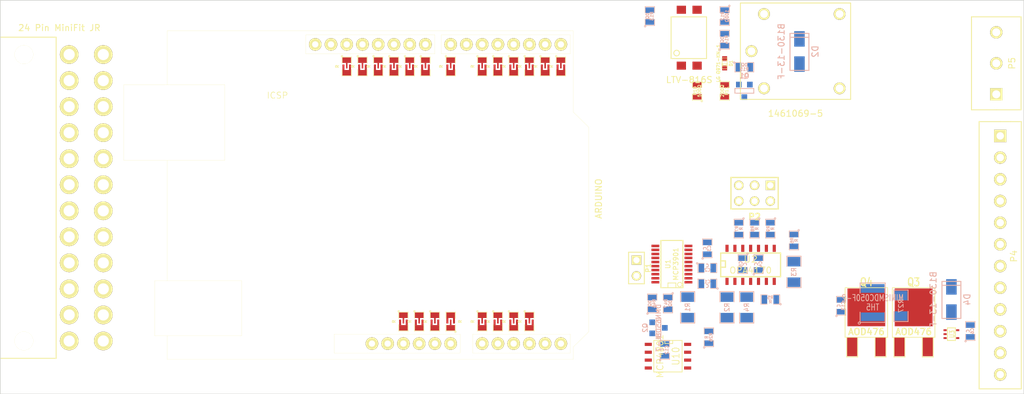
<source format=kicad_pcb>
(kicad_pcb (version 3) (host pcbnew "(2013-07-07 BZR 4022)-stable")

  (general
    (links 132)
    (no_connects 132)
    (area 126.949999 111.709999 292.150001 175.310001)
    (thickness 1.6)
    (drawings 4)
    (tracks 0)
    (zones 0)
    (modules 68)
    (nets 86)
  )

  (page USLedger)
  (title_block 
    (title BenchBudEE)
    (rev A)
    (company RHI)
  )

  (layers
    (15 F.Cu signal hide)
    (2 PWR power)
    (1 GND power)
    (0 B.Cu signal)
    (16 B.Adhes user)
    (17 F.Adhes user)
    (18 B.Paste user)
    (19 F.Paste user)
    (20 B.SilkS user)
    (21 F.SilkS user)
    (22 B.Mask user)
    (23 F.Mask user)
    (24 Dwgs.User user)
    (25 Cmts.User user)
    (26 Eco1.User user)
    (27 Eco2.User user)
    (28 Edge.Cuts user)
  )

  (setup
    (last_trace_width 0.254)
    (user_trace_width 0.1524)
    (trace_clearance 0.254)
    (zone_clearance 0.508)
    (zone_45_only no)
    (trace_min 0.1524)
    (segment_width 0.1778)
    (edge_width 0.1)
    (via_size 0.889)
    (via_drill 0.635)
    (via_min_size 0.508)
    (via_min_drill 0.3302)
    (user_via 0.508 0.3302)
    (uvia_size 0.508)
    (uvia_drill 0.127)
    (uvias_allowed no)
    (uvia_min_size 0.381)
    (uvia_min_drill 0.127)
    (pcb_text_width 0.3)
    (pcb_text_size 1.5 1.5)
    (mod_edge_width 0.0254)
    (mod_text_size 1 1)
    (mod_text_width 0.15)
    (pad_size 0.889 0.254)
    (pad_drill 0)
    (pad_to_mask_clearance 0)
    (aux_axis_origin 0 0)
    (visible_elements 7FFFFBFF)
    (pcbplotparams
      (layerselection 3178497)
      (usegerberextensions true)
      (excludeedgelayer true)
      (linewidth 0.150000)
      (plotframeref false)
      (viasonmask false)
      (mode 1)
      (useauxorigin false)
      (hpglpennumber 1)
      (hpglpenspeed 20)
      (hpglpendiameter 15)
      (hpglpenoverlay 2)
      (psnegative false)
      (psa4output false)
      (plotreference true)
      (plotvalue true)
      (plotothertext true)
      (plotinvisibletext false)
      (padsonsilk false)
      (subtractmaskfromsilk false)
      (outputformat 1)
      (mirror false)
      (drillshape 1)
      (scaleselection 1)
      (outputdirectory ""))
  )

  (net 0 "")
  (net 1 +12C)
  (net 2 +12P)
  (net 3 +12V)
  (net 4 +3.3V)
  (net 5 +5V)
  (net 6 -12V)
  (net 7 /Arduino/CURR_MEAS)
  (net 8 /Arduino/FAN_MODE)
  (net 9 /Arduino/FAN_PWM)
  (net 10 /Arduino/MISO)
  (net 11 /Arduino/MOSI)
  (net 12 /Arduino/RELAY+)
  (net 13 /Arduino/RELAY-)
  (net 14 /Arduino/SCLK)
  (net 15 /Arduino/V+_ADJ_MON)
  (net 16 /Arduino/V-_ADJ_MON)
  (net 17 /Arduino/~ADC_CS)
  (net 18 /Arduino/~DR)
  (net 19 /Arduino/~LDAC)
  (net 20 /Arduino/~RESET)
  (net 21 "/Fan Driver/FAN_OUT+")
  (net 22 "/Fan Driver/FAN_OUT-")
  (net 23 "/Fan Driver/TACH_IN")
  (net 24 "/Fan Driver/~CS")
  (net 25 "/Fan Driver/~LDAC")
  (net 26 "/Power Adjustment Monitor/V+_ADJ")
  (net 27 "/Power Adjustment Monitor/V-_ADJ")
  (net 28 /Relay/RELAY_COM)
  (net 29 /Relay/RELAY_NO)
  (net 30 "/Terminal Block/RELAY_COM")
  (net 31 /Thermocouple/CH0+)
  (net 32 /Thermocouple/CH0-)
  (net 33 /Thermocouple/CH1+)
  (net 34 /Thermocouple/CH1-)
  (net 35 "/Thermocouple/TC_IN +")
  (net 36 "/Thermocouple/TC_IN -")
  (net 37 AGND)
  (net 38 GND)
  (net 39 N-00000102)
  (net 40 N-00000107)
  (net 41 N-00000110)
  (net 42 N-00000123)
  (net 43 N-00000124)
  (net 44 N-00000125)
  (net 45 N-0000036)
  (net 46 N-0000037)
  (net 47 N-0000038)
  (net 48 N-0000039)
  (net 49 N-0000040)
  (net 50 N-0000042)
  (net 51 N-0000044)
  (net 52 N-0000046)
  (net 53 N-0000047)
  (net 54 N-0000050)
  (net 55 N-0000055)
  (net 56 N-0000056)
  (net 57 N-0000057)
  (net 58 N-0000058)
  (net 59 N-0000059)
  (net 60 N-0000060)
  (net 61 N-0000061)
  (net 62 N-0000062)
  (net 63 N-0000063)
  (net 64 N-0000064)
  (net 65 N-0000065)
  (net 66 N-0000067)
  (net 67 N-0000069)
  (net 68 N-0000073)
  (net 69 N-0000074)
  (net 70 N-0000075)
  (net 71 N-0000076)
  (net 72 N-0000078)
  (net 73 N-0000079)
  (net 74 N-0000080)
  (net 75 N-0000081)
  (net 76 N-0000087)
  (net 77 N-0000088)
  (net 78 N-0000089)
  (net 79 N-0000090)
  (net 80 N-0000091)
  (net 81 N-0000092)
  (net 82 N-0000093)
  (net 83 N-0000094)
  (net 84 N-0000095)
  (net 85 N-0000099)

  (net_class Default "This is the default net class."
    (clearance 0.254)
    (trace_width 0.254)
    (via_dia 0.889)
    (via_drill 0.635)
    (uvia_dia 0.508)
    (uvia_drill 0.127)
    (add_net "")
    (add_net +12C)
    (add_net +12P)
    (add_net +12V)
    (add_net +3.3V)
    (add_net +5V)
    (add_net -12V)
    (add_net /Arduino/CURR_MEAS)
    (add_net /Arduino/FAN_MODE)
    (add_net /Arduino/FAN_PWM)
    (add_net /Arduino/MISO)
    (add_net /Arduino/MOSI)
    (add_net /Arduino/RELAY+)
    (add_net /Arduino/RELAY-)
    (add_net /Arduino/SCLK)
    (add_net /Arduino/V+_ADJ_MON)
    (add_net /Arduino/V-_ADJ_MON)
    (add_net /Arduino/~ADC_CS)
    (add_net /Arduino/~DR)
    (add_net /Arduino/~LDAC)
    (add_net /Arduino/~RESET)
    (add_net "/Fan Driver/FAN_OUT+")
    (add_net "/Fan Driver/FAN_OUT-")
    (add_net "/Fan Driver/TACH_IN")
    (add_net "/Fan Driver/~CS")
    (add_net "/Fan Driver/~LDAC")
    (add_net "/Power Adjustment Monitor/V+_ADJ")
    (add_net "/Power Adjustment Monitor/V-_ADJ")
    (add_net /Relay/RELAY_COM)
    (add_net /Relay/RELAY_NO)
    (add_net "/Terminal Block/RELAY_COM")
    (add_net /Thermocouple/CH0+)
    (add_net /Thermocouple/CH0-)
    (add_net /Thermocouple/CH1+)
    (add_net /Thermocouple/CH1-)
    (add_net "/Thermocouple/TC_IN +")
    (add_net "/Thermocouple/TC_IN -")
    (add_net AGND)
    (add_net GND)
    (add_net N-00000102)
    (add_net N-00000107)
    (add_net N-00000110)
    (add_net N-00000123)
    (add_net N-00000124)
    (add_net N-00000125)
    (add_net N-0000036)
    (add_net N-0000037)
    (add_net N-0000038)
    (add_net N-0000039)
    (add_net N-0000040)
    (add_net N-0000042)
    (add_net N-0000044)
    (add_net N-0000046)
    (add_net N-0000047)
    (add_net N-0000050)
    (add_net N-0000055)
    (add_net N-0000056)
    (add_net N-0000057)
    (add_net N-0000058)
    (add_net N-0000059)
    (add_net N-0000060)
    (add_net N-0000061)
    (add_net N-0000062)
    (add_net N-0000063)
    (add_net N-0000064)
    (add_net N-0000065)
    (add_net N-0000067)
    (add_net N-0000069)
    (add_net N-0000073)
    (add_net N-0000074)
    (add_net N-0000075)
    (add_net N-0000076)
    (add_net N-0000078)
    (add_net N-0000079)
    (add_net N-0000080)
    (add_net N-0000081)
    (add_net N-0000087)
    (add_net N-0000088)
    (add_net N-0000089)
    (add_net N-0000090)
    (add_net N-0000091)
    (add_net N-0000092)
    (add_net N-0000093)
    (add_net N-0000094)
    (add_net N-0000095)
    (add_net N-0000099)
  )

  (module TE-SPDT (layer F.Cu) (tedit 530685C0) (tstamp 5306E247)
    (at 255.27 120.015)
    (path /52EBF302/52F2C7E8)
    (fp_text reference K1 (at 0 -9.652) (layer F.SilkS)
      (effects (font (size 1 1) (thickness 0.15)))
    )
    (fp_text value 1461069-5 (at 0 10.0076) (layer F.SilkS)
      (effects (font (size 1 1) (thickness 0.15)))
    )
    (fp_line (start 8.89 -7.8232) (end -8.89 -7.8232) (layer F.SilkS) (width 0.15))
    (fp_line (start -8.89 -7.8232) (end -8.89 7.7216) (layer F.SilkS) (width 0.15))
    (fp_line (start -8.89 7.7216) (end 8.89 7.7216) (layer F.SilkS) (width 0.15))
    (fp_line (start 8.89 7.7216) (end 8.89 -7.8232) (layer F.SilkS) (width 0.15))
    (pad 1 thru_hole circle (at -7.112 -0.0508) (size 1.905 1.905) (drill 1.27)
      (layers *.Cu *.Mask F.SilkS)
      (net 28 /Relay/RELAY_COM)
    )
    (pad 2 thru_hole circle (at -5.08 -6.0452) (size 1.905 1.905) (drill 1.27)
      (layers *.Cu *.Mask F.SilkS)
      (net 77 N-0000088)
    )
    (pad 3 thru_hole circle (at 7.112 -6.0452) (size 1.905 1.905) (drill 1.27)
      (layers *.Cu *.Mask F.SilkS)
      (net 29 /Relay/RELAY_NO)
    )
    (pad 4 thru_hole circle (at 7.112 5.9436) (size 1.905 1.905) (drill 1.27)
      (layers *.Cu *.Mask F.SilkS)
      (net 30 "/Terminal Block/RELAY_COM")
    )
    (pad 5 thru_hole circle (at -5.08 5.9436) (size 1.905 1.905) (drill 1.27)
      (layers *.Cu *.Mask F.SilkS)
      (net 78 N-0000089)
    )
  )

  (module SSOP20 (layer F.Cu) (tedit 48B5A104) (tstamp 5306E267)
    (at 235.331 154.305 90)
    (descr "SSOP 20 pins")
    (tags "CMS SSOP SMD")
    (path /52EBF2F6/5306E9CD)
    (attr smd)
    (fp_text reference U1 (at 0 -0.635 90) (layer F.SilkS)
      (effects (font (size 0.762 0.762) (thickness 0.127)))
    )
    (fp_text value MCP3901 (at 0 0.635 90) (layer F.SilkS)
      (effects (font (size 0.762 0.762) (thickness 0.127)))
    )
    (fp_line (start 3.81 -1.778) (end -3.81 -1.778) (layer F.SilkS) (width 0.1651))
    (fp_line (start -3.81 1.778) (end 3.81 1.778) (layer F.SilkS) (width 0.1651))
    (fp_line (start 3.81 -1.778) (end 3.81 1.778) (layer F.SilkS) (width 0.1651))
    (fp_line (start -3.81 1.778) (end -3.81 -1.778) (layer F.SilkS) (width 0.1524))
    (fp_circle (center -3.302 1.27) (end -3.556 1.016) (layer F.SilkS) (width 0.127))
    (fp_line (start -3.81 -0.635) (end -3.048 -0.635) (layer F.SilkS) (width 0.127))
    (fp_line (start -3.048 -0.635) (end -3.048 0.635) (layer F.SilkS) (width 0.127))
    (fp_line (start -3.048 0.635) (end -3.81 0.635) (layer F.SilkS) (width 0.127))
    (pad 1 smd rect (at -2.921 2.667 90) (size 0.4064 1.27)
      (layers F.Cu F.Paste F.Mask)
      (net 20 /Arduino/~RESET)
    )
    (pad 2 smd rect (at -2.286 2.667 90) (size 0.4064 1.27)
      (layers F.Cu F.Paste F.Mask)
      (net 5 +5V)
    )
    (pad 3 smd rect (at -1.6256 2.667 90) (size 0.4064 1.27)
      (layers F.Cu F.Paste F.Mask)
      (net 5 +5V)
    )
    (pad 4 smd rect (at -0.9652 2.667 90) (size 0.4064 1.27)
      (layers F.Cu F.Paste F.Mask)
      (net 31 /Thermocouple/CH0+)
    )
    (pad 5 smd rect (at -0.3302 2.667 90) (size 0.4064 1.27)
      (layers F.Cu F.Paste F.Mask)
      (net 32 /Thermocouple/CH0-)
    )
    (pad 6 smd rect (at 0.3302 2.667 90) (size 0.4064 1.27)
      (layers F.Cu F.Paste F.Mask)
      (net 34 /Thermocouple/CH1-)
    )
    (pad 7 smd rect (at 0.9906 2.667 90) (size 0.4064 1.27)
      (layers F.Cu F.Paste F.Mask)
      (net 33 /Thermocouple/CH1+)
    )
    (pad 8 smd rect (at 1.6256 2.667 90) (size 0.4064 1.27)
      (layers F.Cu F.Paste F.Mask)
      (net 37 AGND)
    )
    (pad 9 smd rect (at 2.286 2.667 90) (size 0.4064 1.27)
      (layers F.Cu F.Paste F.Mask)
    )
    (pad 10 smd rect (at 2.921 2.667 90) (size 0.4064 1.27)
      (layers F.Cu F.Paste F.Mask)
    )
    (pad 11 smd rect (at 2.921 -2.667 90) (size 0.4064 1.27)
      (layers F.Cu F.Paste F.Mask)
      (net 37 AGND)
    )
    (pad 12 smd rect (at 2.286 -2.667 90) (size 0.4064 1.27)
      (layers F.Cu F.Paste F.Mask)
      (net 66 N-0000067)
    )
    (pad 13 smd rect (at 1.6256 -2.667 90) (size 0.4064 1.27)
      (layers F.Cu F.Paste F.Mask)
      (net 67 N-0000069)
    )
    (pad 14 smd rect (at 0.9906 -2.667 90) (size 0.4064 1.27)
      (layers F.Cu F.Paste F.Mask)
      (net 18 /Arduino/~DR)
    )
    (pad 15 smd rect (at 0.3302 -2.667 90) (size 0.4064 1.27)
      (layers F.Cu F.Paste F.Mask)
    )
    (pad 16 smd rect (at -0.3302 -2.667 90) (size 0.4064 1.27)
      (layers F.Cu F.Paste F.Mask)
    )
    (pad 17 smd rect (at -0.9652 -2.667 90) (size 0.4064 1.27)
      (layers F.Cu F.Paste F.Mask)
      (net 17 /Arduino/~ADC_CS)
    )
    (pad 18 smd rect (at -1.6256 -2.667 90) (size 0.4064 1.27)
      (layers F.Cu F.Paste F.Mask)
      (net 14 /Arduino/SCLK)
    )
    (pad 19 smd rect (at -2.286 -2.667 90) (size 0.4064 1.27)
      (layers F.Cu F.Paste F.Mask)
      (net 10 /Arduino/MISO)
    )
    (pad 20 smd rect (at -2.921 -2.667 90) (size 0.4064 1.27)
      (layers F.Cu F.Paste F.Mask)
      (net 11 /Arduino/MOSI)
    )
    (model smd/cms_so20.wrl
      (at (xyz 0 0 0))
      (scale (xyz 0.255 0.33 0.3))
      (rotate (xyz 0 0 0))
    )
  )

  (module SOT353 (layer F.Cu) (tedit 503FB44B) (tstamp 5306E274)
    (at 280.416 165.608)
    (descr SOT353)
    (path /52EBF2F6/5306EA22)
    (attr smd)
    (fp_text reference U3 (at 0.09906 0 90) (layer F.SilkS)
      (effects (font (size 0.762 0.635) (thickness 0.127)))
    )
    (fp_text value LMT84 (at 0.09906 0 90) (layer F.SilkS) hide
      (effects (font (size 0.762 0.635) (thickness 0.127)))
    )
    (fp_line (start 0.635 1.016) (end 0.635 -1.016) (layer F.SilkS) (width 0.1524))
    (fp_line (start 0.635 -1.016) (end -0.635 -1.016) (layer F.SilkS) (width 0.1524))
    (fp_line (start -0.635 -1.016) (end -0.635 1.016) (layer F.SilkS) (width 0.1524))
    (fp_line (start -0.635 1.016) (end 0.635 1.016) (layer F.SilkS) (width 0.1524))
    (pad 1 smd rect (at -1.016 -0.635) (size 0.508 0.3048)
      (layers F.Cu F.Paste F.Mask)
      (net 37 AGND)
    )
    (pad 3 smd rect (at -1.016 0.635) (size 0.508 0.3048)
      (layers F.Cu F.Paste F.Mask)
      (net 33 /Thermocouple/CH1+)
    )
    (pad 5 smd rect (at 1.016 -0.635) (size 0.508 0.3048)
      (layers F.Cu F.Paste F.Mask)
      (net 37 AGND)
    )
    (pad 2 smd rect (at -1.016 0) (size 0.508 0.3048)
      (layers F.Cu F.Paste F.Mask)
      (net 37 AGND)
    )
    (pad 4 smd rect (at 1.016 0.635) (size 0.508 0.3048)
      (layers F.Cu F.Paste F.Mask)
      (net 5 +5V)
    )
    (model smd/SOT23_5.wrl
      (at (xyz 0 0 0))
      (scale (xyz 0.07000000000000001 0.09 0.08))
      (rotate (xyz 0 0 90))
    )
  )

  (module SOT23EBC (layer B.Cu) (tedit 3F980186) (tstamp 5306E27F)
    (at 247.015 126.365 180)
    (descr "Module CMS SOT23 Transistore EBC")
    (tags "CMS SOT")
    (path /52EBF302/52F2AFDF)
    (attr smd)
    (fp_text reference Q1 (at 0 2.413 180) (layer B.SilkS)
      (effects (font (size 0.762 0.762) (thickness 0.2032)) (justify mirror))
    )
    (fp_text value 2N3904 (at 0 0 180) (layer B.SilkS) hide
      (effects (font (size 0.762 0.762) (thickness 0.2032)) (justify mirror))
    )
    (fp_line (start -1.524 0.381) (end 1.524 0.381) (layer B.SilkS) (width 0.127))
    (fp_line (start 1.524 0.381) (end 1.524 -0.381) (layer B.SilkS) (width 0.127))
    (fp_line (start 1.524 -0.381) (end -1.524 -0.381) (layer B.SilkS) (width 0.127))
    (fp_line (start -1.524 -0.381) (end -1.524 0.381) (layer B.SilkS) (width 0.127))
    (pad 1 smd rect (at -0.889 1.016 180) (size 0.9144 0.9144)
      (layers B.Cu B.Paste B.Mask)
      (net 82 N-0000093)
    )
    (pad 2 smd rect (at 0.889 1.016 180) (size 0.9144 0.9144)
      (layers B.Cu B.Paste B.Mask)
      (net 81 N-0000092)
    )
    (pad 3 smd rect (at 0 -1.016 180) (size 0.9144 0.9144)
      (layers B.Cu B.Paste B.Mask)
      (net 78 N-0000089)
    )
    (model smd/cms_sot23.wrl
      (at (xyz 0 0 0))
      (scale (xyz 0.13 0.15 0.15))
      (rotate (xyz 0 0 0))
    )
  )

  (module SMA (layer B.Cu) (tedit 53067CB7) (tstamp 5306E2A3)
    (at 255.905 120.015 90)
    (path /52EBF302/52F2CA74)
    (fp_text reference D2 (at 0 2.54 90) (layer B.SilkS)
      (effects (font (size 1 1) (thickness 0.15)) (justify mirror))
    )
    (fp_text value B130-13-F (at 0 -2.921 90) (layer B.SilkS)
      (effects (font (size 1 1) (thickness 0.15)) (justify mirror))
    )
    (fp_line (start 2.286 1.524) (end 2.286 -1.524) (layer B.SilkS) (width 0.15))
    (fp_line (start -3.048 1.524) (end -3.048 -1.524) (layer B.SilkS) (width 0.15))
    (fp_line (start -3.048 -1.524) (end 2.921 -1.524) (layer B.SilkS) (width 0.15))
    (fp_line (start 2.921 -1.524) (end 2.921 1.524) (layer B.SilkS) (width 0.15))
    (fp_line (start 2.921 1.524) (end -3.048 1.524) (layer B.SilkS) (width 0.15))
    (pad 1 smd rect (at -2.032 0 90) (size 2.5 1.7)
      (layers B.Cu B.Paste B.Mask)
      (net 78 N-0000089)
    )
    (pad 2 smd rect (at 2.032 0 90) (size 2.5 1.7)
      (layers B.Cu B.Paste B.Mask)
      (net 77 N-0000088)
    )
  )

  (module SM0805 (layer F.Cu) (tedit 5091495C) (tstamp 5306E2B0)
    (at 243.84 126.365 270)
    (path /52EBF302/52F2C8D7)
    (attr smd)
    (fp_text reference R11 (at 0 -0.3175 270) (layer F.SilkS)
      (effects (font (size 0.50038 0.50038) (thickness 0.10922)))
    )
    (fp_text value 200Ω (at 0 0.381 270) (layer F.SilkS)
      (effects (font (size 0.50038 0.50038) (thickness 0.10922)))
    )
    (fp_circle (center -1.651 0.762) (end -1.651 0.635) (layer F.SilkS) (width 0.09906))
    (fp_line (start -0.508 0.762) (end -1.524 0.762) (layer F.SilkS) (width 0.09906))
    (fp_line (start -1.524 0.762) (end -1.524 -0.762) (layer F.SilkS) (width 0.09906))
    (fp_line (start -1.524 -0.762) (end -0.508 -0.762) (layer F.SilkS) (width 0.09906))
    (fp_line (start 0.508 -0.762) (end 1.524 -0.762) (layer F.SilkS) (width 0.09906))
    (fp_line (start 1.524 -0.762) (end 1.524 0.762) (layer F.SilkS) (width 0.09906))
    (fp_line (start 1.524 0.762) (end 0.508 0.762) (layer F.SilkS) (width 0.09906))
    (pad 1 smd rect (at -0.9525 0 270) (size 0.889 1.397)
      (layers F.Cu F.Paste F.Mask)
      (net 83 N-0000094)
    )
    (pad 2 smd rect (at 0.9525 0 270) (size 0.889 1.397)
      (layers F.Cu F.Paste F.Mask)
      (net 38 GND)
    )
    (model smd/chip_cms.wrl
      (at (xyz 0 0 0))
      (scale (xyz 0.1 0.1 0.1))
      (rotate (xyz 0 0 0))
    )
  )

  (module SM0805 (layer B.Cu) (tedit 5091495C) (tstamp 5306E2BD)
    (at 231.775 114.3 90)
    (path /52EBF302/52F2AFD0)
    (attr smd)
    (fp_text reference R13 (at 0 0.3175 90) (layer B.SilkS)
      (effects (font (size 0.50038 0.50038) (thickness 0.10922)) (justify mirror))
    )
    (fp_text value 0Ω (at 0 -0.381 90) (layer B.SilkS)
      (effects (font (size 0.50038 0.50038) (thickness 0.10922)) (justify mirror))
    )
    (fp_circle (center -1.651 -0.762) (end -1.651 -0.635) (layer B.SilkS) (width 0.09906))
    (fp_line (start -0.508 -0.762) (end -1.524 -0.762) (layer B.SilkS) (width 0.09906))
    (fp_line (start -1.524 -0.762) (end -1.524 0.762) (layer B.SilkS) (width 0.09906))
    (fp_line (start -1.524 0.762) (end -0.508 0.762) (layer B.SilkS) (width 0.09906))
    (fp_line (start 0.508 0.762) (end 1.524 0.762) (layer B.SilkS) (width 0.09906))
    (fp_line (start 1.524 0.762) (end 1.524 -0.762) (layer B.SilkS) (width 0.09906))
    (fp_line (start 1.524 -0.762) (end 0.508 -0.762) (layer B.SilkS) (width 0.09906))
    (pad 1 smd rect (at -0.9525 0 90) (size 0.889 1.397)
      (layers B.Cu B.Paste B.Mask)
      (net 2 +12P)
    )
    (pad 2 smd rect (at 0.9525 0 90) (size 0.889 1.397)
      (layers B.Cu B.Paste B.Mask)
      (net 79 N-0000090)
    )
    (model smd/chip_cms.wrl
      (at (xyz 0 0 0))
      (scale (xyz 0.1 0.1 0.1))
      (rotate (xyz 0 0 0))
    )
  )

  (module SM0805 (layer B.Cu) (tedit 5091495C) (tstamp 5306E2CA)
    (at 243.84 114.3 270)
    (path /52EBF302/52F2C854)
    (attr smd)
    (fp_text reference R12 (at 0 0.3175 270) (layer B.SilkS)
      (effects (font (size 0.50038 0.50038) (thickness 0.10922)) (justify mirror))
    )
    (fp_text value 100Ω (at 0 -0.381 270) (layer B.SilkS)
      (effects (font (size 0.50038 0.50038) (thickness 0.10922)) (justify mirror))
    )
    (fp_circle (center -1.651 -0.762) (end -1.651 -0.635) (layer B.SilkS) (width 0.09906))
    (fp_line (start -0.508 -0.762) (end -1.524 -0.762) (layer B.SilkS) (width 0.09906))
    (fp_line (start -1.524 -0.762) (end -1.524 0.762) (layer B.SilkS) (width 0.09906))
    (fp_line (start -1.524 0.762) (end -0.508 0.762) (layer B.SilkS) (width 0.09906))
    (fp_line (start 0.508 0.762) (end 1.524 0.762) (layer B.SilkS) (width 0.09906))
    (fp_line (start 1.524 0.762) (end 1.524 -0.762) (layer B.SilkS) (width 0.09906))
    (fp_line (start 1.524 -0.762) (end 0.508 -0.762) (layer B.SilkS) (width 0.09906))
    (pad 1 smd rect (at -0.9525 0 270) (size 0.889 1.397)
      (layers B.Cu B.Paste B.Mask)
      (net 80 N-0000091)
    )
    (pad 2 smd rect (at 0.9525 0 270) (size 0.889 1.397)
      (layers B.Cu B.Paste B.Mask)
      (net 81 N-0000092)
    )
    (model smd/chip_cms.wrl
      (at (xyz 0 0 0))
      (scale (xyz 0.1 0.1 0.1))
      (rotate (xyz 0 0 0))
    )
  )

  (module SM0805 (layer B.Cu) (tedit 5091495C) (tstamp 5306E2D7)
    (at 247.015 122.555)
    (path /52EBF302/52F2C889)
    (attr smd)
    (fp_text reference R15 (at 0 0.3175) (layer B.SilkS)
      (effects (font (size 0.50038 0.50038) (thickness 0.10922)) (justify mirror))
    )
    (fp_text value 0Ω (at 0 -0.381) (layer B.SilkS)
      (effects (font (size 0.50038 0.50038) (thickness 0.10922)) (justify mirror))
    )
    (fp_circle (center -1.651 -0.762) (end -1.651 -0.635) (layer B.SilkS) (width 0.09906))
    (fp_line (start -0.508 -0.762) (end -1.524 -0.762) (layer B.SilkS) (width 0.09906))
    (fp_line (start -1.524 -0.762) (end -1.524 0.762) (layer B.SilkS) (width 0.09906))
    (fp_line (start -1.524 0.762) (end -0.508 0.762) (layer B.SilkS) (width 0.09906))
    (fp_line (start 0.508 0.762) (end 1.524 0.762) (layer B.SilkS) (width 0.09906))
    (fp_line (start 1.524 0.762) (end 1.524 -0.762) (layer B.SilkS) (width 0.09906))
    (fp_line (start 1.524 -0.762) (end 0.508 -0.762) (layer B.SilkS) (width 0.09906))
    (pad 1 smd rect (at -0.9525 0) (size 0.889 1.397)
      (layers B.Cu B.Paste B.Mask)
      (net 38 GND)
    )
    (pad 2 smd rect (at 0.9525 0) (size 0.889 1.397)
      (layers B.Cu B.Paste B.Mask)
      (net 82 N-0000093)
    )
    (model smd/chip_cms.wrl
      (at (xyz 0 0 0))
      (scale (xyz 0.1 0.1 0.1))
      (rotate (xyz 0 0 0))
    )
  )

  (module SM0805 (layer F.Cu) (tedit 5091495C) (tstamp 5306E2E4)
    (at 239.395 126.365 90)
    (path /52EBF302/52F2C93C)
    (attr smd)
    (fp_text reference R10 (at 0 -0.3175 90) (layer F.SilkS)
      (effects (font (size 0.50038 0.50038) (thickness 0.10922)))
    )
    (fp_text value 500Ω (at 0 0.381 90) (layer F.SilkS)
      (effects (font (size 0.50038 0.50038) (thickness 0.10922)))
    )
    (fp_circle (center -1.651 0.762) (end -1.651 0.635) (layer F.SilkS) (width 0.09906))
    (fp_line (start -0.508 0.762) (end -1.524 0.762) (layer F.SilkS) (width 0.09906))
    (fp_line (start -1.524 0.762) (end -1.524 -0.762) (layer F.SilkS) (width 0.09906))
    (fp_line (start -1.524 -0.762) (end -0.508 -0.762) (layer F.SilkS) (width 0.09906))
    (fp_line (start 0.508 -0.762) (end 1.524 -0.762) (layer F.SilkS) (width 0.09906))
    (fp_line (start 1.524 -0.762) (end 1.524 0.762) (layer F.SilkS) (width 0.09906))
    (fp_line (start 1.524 0.762) (end 0.508 0.762) (layer F.SilkS) (width 0.09906))
    (pad 1 smd rect (at -0.9525 0 90) (size 0.889 1.397)
      (layers F.Cu F.Paste F.Mask)
      (net 13 /Arduino/RELAY-)
    )
    (pad 2 smd rect (at 0.9525 0 90) (size 0.889 1.397)
      (layers F.Cu F.Paste F.Mask)
      (net 84 N-0000095)
    )
    (model smd/chip_cms.wrl
      (at (xyz 0 0 0))
      (scale (xyz 0.1 0.1 0.1))
      (rotate (xyz 0 0 0))
    )
  )

  (module SM0805 (layer B.Cu) (tedit 5091495C) (tstamp 5306E2F1)
    (at 243.84 118.11 90)
    (path /52EBF302/530693D3)
    (attr smd)
    (fp_text reference R14 (at 0 0.3175 90) (layer B.SilkS)
      (effects (font (size 0.50038 0.50038) (thickness 0.10922)) (justify mirror))
    )
    (fp_text value 0Ω (at 0 -0.381 90) (layer B.SilkS)
      (effects (font (size 0.50038 0.50038) (thickness 0.10922)) (justify mirror))
    )
    (fp_circle (center -1.651 -0.762) (end -1.651 -0.635) (layer B.SilkS) (width 0.09906))
    (fp_line (start -0.508 -0.762) (end -1.524 -0.762) (layer B.SilkS) (width 0.09906))
    (fp_line (start -1.524 -0.762) (end -1.524 0.762) (layer B.SilkS) (width 0.09906))
    (fp_line (start -1.524 0.762) (end -0.508 0.762) (layer B.SilkS) (width 0.09906))
    (fp_line (start 0.508 0.762) (end 1.524 0.762) (layer B.SilkS) (width 0.09906))
    (fp_line (start 1.524 0.762) (end 1.524 -0.762) (layer B.SilkS) (width 0.09906))
    (fp_line (start 1.524 -0.762) (end 0.508 -0.762) (layer B.SilkS) (width 0.09906))
    (pad 1 smd rect (at -0.9525 0 90) (size 0.889 1.397)
      (layers B.Cu B.Paste B.Mask)
      (net 2 +12P)
    )
    (pad 2 smd rect (at 0.9525 0 90) (size 0.889 1.397)
      (layers B.Cu B.Paste B.Mask)
      (net 77 N-0000088)
    )
    (model smd/chip_cms.wrl
      (at (xyz 0 0 0))
      (scale (xyz 0.1 0.1 0.1))
      (rotate (xyz 0 0 0))
    )
  )

  (module LED-0603 (layer F.Cu) (tedit 4E16AFB4) (tstamp 5306E30D)
    (at 243.84 121.92 270)
    (descr "LED 0603 smd package")
    (tags "LED led 0603 SMD smd SMT smt smdled SMDLED smtled SMTLED")
    (path /52EBF302/52F2AFEE)
    (attr smd)
    (fp_text reference D1 (at 0 -1.016 270) (layer F.SilkS)
      (effects (font (size 0.508 0.508) (thickness 0.127)))
    )
    (fp_text value "LG Q971-KN-1" (at 0 1.016 270) (layer F.SilkS)
      (effects (font (size 0.508 0.508) (thickness 0.127)))
    )
    (fp_line (start 0.44958 -0.44958) (end 0.44958 0.44958) (layer F.SilkS) (width 0.06604))
    (fp_line (start 0.44958 0.44958) (end 0.84836 0.44958) (layer F.SilkS) (width 0.06604))
    (fp_line (start 0.84836 -0.44958) (end 0.84836 0.44958) (layer F.SilkS) (width 0.06604))
    (fp_line (start 0.44958 -0.44958) (end 0.84836 -0.44958) (layer F.SilkS) (width 0.06604))
    (fp_line (start -0.84836 -0.44958) (end -0.84836 0.44958) (layer F.SilkS) (width 0.06604))
    (fp_line (start -0.84836 0.44958) (end -0.44958 0.44958) (layer F.SilkS) (width 0.06604))
    (fp_line (start -0.44958 -0.44958) (end -0.44958 0.44958) (layer F.SilkS) (width 0.06604))
    (fp_line (start -0.84836 -0.44958) (end -0.44958 -0.44958) (layer F.SilkS) (width 0.06604))
    (fp_line (start 0 -0.44958) (end 0 -0.29972) (layer F.SilkS) (width 0.06604))
    (fp_line (start 0 -0.29972) (end 0.29972 -0.29972) (layer F.SilkS) (width 0.06604))
    (fp_line (start 0.29972 -0.44958) (end 0.29972 -0.29972) (layer F.SilkS) (width 0.06604))
    (fp_line (start 0 -0.44958) (end 0.29972 -0.44958) (layer F.SilkS) (width 0.06604))
    (fp_line (start 0 0.29972) (end 0 0.44958) (layer F.SilkS) (width 0.06604))
    (fp_line (start 0 0.44958) (end 0.29972 0.44958) (layer F.SilkS) (width 0.06604))
    (fp_line (start 0.29972 0.29972) (end 0.29972 0.44958) (layer F.SilkS) (width 0.06604))
    (fp_line (start 0 0.29972) (end 0.29972 0.29972) (layer F.SilkS) (width 0.06604))
    (fp_line (start 0 -0.14986) (end 0 0.14986) (layer F.SilkS) (width 0.06604))
    (fp_line (start 0 0.14986) (end 0.29972 0.14986) (layer F.SilkS) (width 0.06604))
    (fp_line (start 0.29972 -0.14986) (end 0.29972 0.14986) (layer F.SilkS) (width 0.06604))
    (fp_line (start 0 -0.14986) (end 0.29972 -0.14986) (layer F.SilkS) (width 0.06604))
    (fp_line (start 0.44958 -0.39878) (end -0.44958 -0.39878) (layer F.SilkS) (width 0.1016))
    (fp_line (start 0.44958 0.39878) (end -0.44958 0.39878) (layer F.SilkS) (width 0.1016))
    (pad 1 smd rect (at -0.7493 0 270) (size 0.79756 0.79756)
      (layers F.Cu F.Paste F.Mask)
      (net 80 N-0000091)
    )
    (pad 2 smd rect (at 0.7493 0 270) (size 0.79756 0.79756)
      (layers F.Cu F.Paste F.Mask)
      (net 83 N-0000094)
    )
  )

  (module 4-SMD (layer F.Cu) (tedit 53067A88) (tstamp 5306E31B)
    (at 238.125 117.475)
    (path /52EBF302/5306908C)
    (fp_text reference U4 (at 0 -6.477) (layer F.SilkS)
      (effects (font (size 1 1) (thickness 0.15)))
    )
    (fp_text value LTV-816S (at 0 7.112) (layer F.SilkS)
      (effects (font (size 1 1) (thickness 0.15)))
    )
    (fp_circle (center -2.032 2.794) (end -1.651 3.048) (layer F.SilkS) (width 0.15))
    (fp_line (start 2.794 3.683) (end 2.794 -3.048) (layer F.SilkS) (width 0.15))
    (fp_line (start -2.921 -3.048) (end -2.921 3.556) (layer F.SilkS) (width 0.15))
    (fp_line (start -2.921 3.556) (end -2.921 3.683) (layer F.SilkS) (width 0.15))
    (fp_line (start -2.921 3.683) (end 2.794 3.683) (layer F.SilkS) (width 0.15))
    (fp_line (start -2.921 -3.048) (end 2.794 -3.048) (layer F.SilkS) (width 0.15))
    (pad 1 smd rect (at -1.27 4.826) (size 1.5 1.3)
      (layers F.Cu F.Paste F.Mask)
      (net 12 /Arduino/RELAY+)
    )
    (pad 2 smd rect (at 1.27 4.826) (size 1.5 1.3)
      (layers F.Cu F.Paste F.Mask)
      (net 84 N-0000095)
    )
    (pad 3 smd rect (at 1.27 -4.191) (size 1.5 1.3)
      (layers F.Cu F.Paste F.Mask)
      (net 80 N-0000091)
    )
    (pad 4 smd rect (at -1.27 -4.191) (size 1.5 1.3)
      (layers F.Cu F.Paste F.Mask)
      (net 79 N-0000090)
    )
  )

  (module SM1206 (layer B.Cu) (tedit 42806E24) (tstamp 5306E70F)
    (at 255.016 155.575 270)
    (path /52EBF2F6/52F12CD9)
    (attr smd)
    (fp_text reference R3 (at 0 0 270) (layer B.SilkS)
      (effects (font (size 0.762 0.762) (thickness 0.127)) (justify mirror))
    )
    (fp_text value R (at 0 0 270) (layer B.SilkS) hide
      (effects (font (size 0.762 0.762) (thickness 0.127)) (justify mirror))
    )
    (fp_line (start -2.54 1.143) (end -2.54 -1.143) (layer B.SilkS) (width 0.127))
    (fp_line (start -2.54 -1.143) (end -0.889 -1.143) (layer B.SilkS) (width 0.127))
    (fp_line (start 0.889 1.143) (end 2.54 1.143) (layer B.SilkS) (width 0.127))
    (fp_line (start 2.54 1.143) (end 2.54 -1.143) (layer B.SilkS) (width 0.127))
    (fp_line (start 2.54 -1.143) (end 0.889 -1.143) (layer B.SilkS) (width 0.127))
    (fp_line (start -0.889 1.143) (end -2.54 1.143) (layer B.SilkS) (width 0.127))
    (pad 1 smd rect (at -1.651 0 270) (size 1.524 2.032)
      (layers B.Cu B.Paste B.Mask)
      (net 70 N-0000075)
    )
    (pad 2 smd rect (at 1.651 0 270) (size 1.524 2.032)
      (layers B.Cu B.Paste B.Mask)
      (net 69 N-0000074)
    )
    (model smd/chip_cms.wrl
      (at (xyz 0 0 0))
      (scale (xyz 0.17 0.16 0.16))
      (rotate (xyz 0 0 0))
    )
  )

  (module SM1206 (layer B.Cu) (tedit 42806E24) (tstamp 5306E71B)
    (at 237.871 161.29 270)
    (path /52EBF2F6/52F12CDF)
    (attr smd)
    (fp_text reference R1 (at 0 0 270) (layer B.SilkS)
      (effects (font (size 0.762 0.762) (thickness 0.127)) (justify mirror))
    )
    (fp_text value R (at 0 0 270) (layer B.SilkS) hide
      (effects (font (size 0.762 0.762) (thickness 0.127)) (justify mirror))
    )
    (fp_line (start -2.54 1.143) (end -2.54 -1.143) (layer B.SilkS) (width 0.127))
    (fp_line (start -2.54 -1.143) (end -0.889 -1.143) (layer B.SilkS) (width 0.127))
    (fp_line (start 0.889 1.143) (end 2.54 1.143) (layer B.SilkS) (width 0.127))
    (fp_line (start 2.54 1.143) (end 2.54 -1.143) (layer B.SilkS) (width 0.127))
    (fp_line (start 2.54 -1.143) (end 0.889 -1.143) (layer B.SilkS) (width 0.127))
    (fp_line (start -0.889 1.143) (end -2.54 1.143) (layer B.SilkS) (width 0.127))
    (pad 1 smd rect (at -1.651 0 270) (size 1.524 2.032)
      (layers B.Cu B.Paste B.Mask)
      (net 31 /Thermocouple/CH0+)
    )
    (pad 2 smd rect (at 1.651 0 270) (size 1.524 2.032)
      (layers B.Cu B.Paste B.Mask)
      (net 70 N-0000075)
    )
    (model smd/chip_cms.wrl
      (at (xyz 0 0 0))
      (scale (xyz 0.17 0.16 0.16))
      (rotate (xyz 0 0 0))
    )
  )

  (module SM1206 (layer B.Cu) (tedit 42806E24) (tstamp 5306E727)
    (at 247.396 161.29 270)
    (path /52EBF2F6/52F12CE5)
    (attr smd)
    (fp_text reference R4 (at 0 0 270) (layer B.SilkS)
      (effects (font (size 0.762 0.762) (thickness 0.127)) (justify mirror))
    )
    (fp_text value R (at 0 0 270) (layer B.SilkS) hide
      (effects (font (size 0.762 0.762) (thickness 0.127)) (justify mirror))
    )
    (fp_line (start -2.54 1.143) (end -2.54 -1.143) (layer B.SilkS) (width 0.127))
    (fp_line (start -2.54 -1.143) (end -0.889 -1.143) (layer B.SilkS) (width 0.127))
    (fp_line (start 0.889 1.143) (end 2.54 1.143) (layer B.SilkS) (width 0.127))
    (fp_line (start 2.54 1.143) (end 2.54 -1.143) (layer B.SilkS) (width 0.127))
    (fp_line (start 2.54 -1.143) (end 0.889 -1.143) (layer B.SilkS) (width 0.127))
    (fp_line (start -0.889 1.143) (end -2.54 1.143) (layer B.SilkS) (width 0.127))
    (pad 1 smd rect (at -1.651 0 270) (size 1.524 2.032)
      (layers B.Cu B.Paste B.Mask)
      (net 71 N-0000076)
    )
    (pad 2 smd rect (at 1.651 0 270) (size 1.524 2.032)
      (layers B.Cu B.Paste B.Mask)
      (net 68 N-0000073)
    )
    (model smd/chip_cms.wrl
      (at (xyz 0 0 0))
      (scale (xyz 0.17 0.16 0.16))
      (rotate (xyz 0 0 0))
    )
  )

  (module SM1206 (layer B.Cu) (tedit 42806E24) (tstamp 5306E733)
    (at 244.221 161.29 90)
    (path /52EBF2F6/52F12CEB)
    (attr smd)
    (fp_text reference R2 (at 0 0 90) (layer B.SilkS)
      (effects (font (size 0.762 0.762) (thickness 0.127)) (justify mirror))
    )
    (fp_text value R (at 0 0 90) (layer B.SilkS) hide
      (effects (font (size 0.762 0.762) (thickness 0.127)) (justify mirror))
    )
    (fp_line (start -2.54 1.143) (end -2.54 -1.143) (layer B.SilkS) (width 0.127))
    (fp_line (start -2.54 -1.143) (end -0.889 -1.143) (layer B.SilkS) (width 0.127))
    (fp_line (start 0.889 1.143) (end 2.54 1.143) (layer B.SilkS) (width 0.127))
    (fp_line (start 2.54 1.143) (end 2.54 -1.143) (layer B.SilkS) (width 0.127))
    (fp_line (start 2.54 -1.143) (end 0.889 -1.143) (layer B.SilkS) (width 0.127))
    (fp_line (start -0.889 1.143) (end -2.54 1.143) (layer B.SilkS) (width 0.127))
    (pad 1 smd rect (at -1.651 0 90) (size 1.524 2.032)
      (layers B.Cu B.Paste B.Mask)
      (net 37 AGND)
    )
    (pad 2 smd rect (at 1.651 0 90) (size 1.524 2.032)
      (layers B.Cu B.Paste B.Mask)
      (net 71 N-0000076)
    )
    (model smd/chip_cms.wrl
      (at (xyz 0 0 0))
      (scale (xyz 0.17 0.16 0.16))
      (rotate (xyz 0 0 0))
    )
  )

  (module SM0805 (layer B.Cu) (tedit 5091495C) (tstamp 5306E740)
    (at 251.206 148.59 270)
    (path /52EBF2F6/5306D2A3)
    (attr smd)
    (fp_text reference R9 (at 0 0.3175 270) (layer B.SilkS)
      (effects (font (size 0.50038 0.50038) (thickness 0.10922)) (justify mirror))
    )
    (fp_text value R (at 0 -0.381 270) (layer B.SilkS)
      (effects (font (size 0.50038 0.50038) (thickness 0.10922)) (justify mirror))
    )
    (fp_circle (center -1.651 -0.762) (end -1.651 -0.635) (layer B.SilkS) (width 0.09906))
    (fp_line (start -0.508 -0.762) (end -1.524 -0.762) (layer B.SilkS) (width 0.09906))
    (fp_line (start -1.524 -0.762) (end -1.524 0.762) (layer B.SilkS) (width 0.09906))
    (fp_line (start -1.524 0.762) (end -0.508 0.762) (layer B.SilkS) (width 0.09906))
    (fp_line (start 0.508 0.762) (end 1.524 0.762) (layer B.SilkS) (width 0.09906))
    (fp_line (start 1.524 0.762) (end 1.524 -0.762) (layer B.SilkS) (width 0.09906))
    (fp_line (start 1.524 -0.762) (end 0.508 -0.762) (layer B.SilkS) (width 0.09906))
    (pad 1 smd rect (at -0.9525 0 270) (size 0.889 1.397)
      (layers B.Cu B.Paste B.Mask)
      (net 72 N-0000078)
    )
    (pad 2 smd rect (at 0.9525 0 270) (size 0.889 1.397)
      (layers B.Cu B.Paste B.Mask)
      (net 75 N-0000081)
    )
    (model smd/chip_cms.wrl
      (at (xyz 0 0 0))
      (scale (xyz 0.1 0.1 0.1))
      (rotate (xyz 0 0 0))
    )
  )

  (module SM0805 (layer B.Cu) (tedit 5091495C) (tstamp 5306E74D)
    (at 241.046 151.765 90)
    (path /52EBF2F6/52F12CBA)
    (attr smd)
    (fp_text reference C3 (at 0 0.3175 90) (layer B.SilkS)
      (effects (font (size 0.50038 0.50038) (thickness 0.10922)) (justify mirror))
    )
    (fp_text value C (at 0 -0.381 90) (layer B.SilkS)
      (effects (font (size 0.50038 0.50038) (thickness 0.10922)) (justify mirror))
    )
    (fp_circle (center -1.651 -0.762) (end -1.651 -0.635) (layer B.SilkS) (width 0.09906))
    (fp_line (start -0.508 -0.762) (end -1.524 -0.762) (layer B.SilkS) (width 0.09906))
    (fp_line (start -1.524 -0.762) (end -1.524 0.762) (layer B.SilkS) (width 0.09906))
    (fp_line (start -1.524 0.762) (end -0.508 0.762) (layer B.SilkS) (width 0.09906))
    (fp_line (start 0.508 0.762) (end 1.524 0.762) (layer B.SilkS) (width 0.09906))
    (fp_line (start 1.524 0.762) (end 1.524 -0.762) (layer B.SilkS) (width 0.09906))
    (fp_line (start 1.524 -0.762) (end 0.508 -0.762) (layer B.SilkS) (width 0.09906))
    (pad 1 smd rect (at -0.9525 0 90) (size 0.889 1.397)
      (layers B.Cu B.Paste B.Mask)
      (net 31 /Thermocouple/CH0+)
    )
    (pad 2 smd rect (at 0.9525 0 90) (size 0.889 1.397)
      (layers B.Cu B.Paste B.Mask)
      (net 32 /Thermocouple/CH0-)
    )
    (model smd/chip_cms.wrl
      (at (xyz 0 0 0))
      (scale (xyz 0.1 0.1 0.1))
      (rotate (xyz 0 0 0))
    )
  )

  (module SM0805 (layer B.Cu) (tedit 5091495C) (tstamp 5306E75A)
    (at 241.046 157.48 180)
    (path /52EBF2F6/5306F447)
    (attr smd)
    (fp_text reference C1 (at 0 0.3175 180) (layer B.SilkS)
      (effects (font (size 0.50038 0.50038) (thickness 0.10922)) (justify mirror))
    )
    (fp_text value C (at 0 -0.381 180) (layer B.SilkS)
      (effects (font (size 0.50038 0.50038) (thickness 0.10922)) (justify mirror))
    )
    (fp_circle (center -1.651 -0.762) (end -1.651 -0.635) (layer B.SilkS) (width 0.09906))
    (fp_line (start -0.508 -0.762) (end -1.524 -0.762) (layer B.SilkS) (width 0.09906))
    (fp_line (start -1.524 -0.762) (end -1.524 0.762) (layer B.SilkS) (width 0.09906))
    (fp_line (start -1.524 0.762) (end -0.508 0.762) (layer B.SilkS) (width 0.09906))
    (fp_line (start 0.508 0.762) (end 1.524 0.762) (layer B.SilkS) (width 0.09906))
    (fp_line (start 1.524 0.762) (end 1.524 -0.762) (layer B.SilkS) (width 0.09906))
    (fp_line (start 1.524 -0.762) (end 0.508 -0.762) (layer B.SilkS) (width 0.09906))
    (pad 1 smd rect (at -0.9525 0 180) (size 0.889 1.397)
      (layers B.Cu B.Paste B.Mask)
      (net 37 AGND)
    )
    (pad 2 smd rect (at 0.9525 0 180) (size 0.889 1.397)
      (layers B.Cu B.Paste B.Mask)
      (net 5 +5V)
    )
    (model smd/chip_cms.wrl
      (at (xyz 0 0 0))
      (scale (xyz 0.1 0.1 0.1))
      (rotate (xyz 0 0 0))
    )
  )

  (module SM0805 (layer B.Cu) (tedit 5091495C) (tstamp 5306E767)
    (at 241.046 154.94)
    (path /52EBF2F6/5306F2D3)
    (attr smd)
    (fp_text reference C2 (at 0 0.3175) (layer B.SilkS)
      (effects (font (size 0.50038 0.50038) (thickness 0.10922)) (justify mirror))
    )
    (fp_text value C (at 0 -0.381) (layer B.SilkS)
      (effects (font (size 0.50038 0.50038) (thickness 0.10922)) (justify mirror))
    )
    (fp_circle (center -1.651 -0.762) (end -1.651 -0.635) (layer B.SilkS) (width 0.09906))
    (fp_line (start -0.508 -0.762) (end -1.524 -0.762) (layer B.SilkS) (width 0.09906))
    (fp_line (start -1.524 -0.762) (end -1.524 0.762) (layer B.SilkS) (width 0.09906))
    (fp_line (start -1.524 0.762) (end -0.508 0.762) (layer B.SilkS) (width 0.09906))
    (fp_line (start 0.508 0.762) (end 1.524 0.762) (layer B.SilkS) (width 0.09906))
    (fp_line (start 1.524 0.762) (end 1.524 -0.762) (layer B.SilkS) (width 0.09906))
    (fp_line (start 1.524 -0.762) (end 0.508 -0.762) (layer B.SilkS) (width 0.09906))
    (pad 1 smd rect (at -0.9525 0) (size 0.889 1.397)
      (layers B.Cu B.Paste B.Mask)
      (net 5 +5V)
    )
    (pad 2 smd rect (at 0.9525 0) (size 0.889 1.397)
      (layers B.Cu B.Paste B.Mask)
      (net 37 AGND)
    )
    (model smd/chip_cms.wrl
      (at (xyz 0 0 0))
      (scale (xyz 0.1 0.1 0.1))
      (rotate (xyz 0 0 0))
    )
  )

  (module SM0805 (layer B.Cu) (tedit 5091495C) (tstamp 5306E774)
    (at 249.301 154.305 90)
    (path /52EBF2F6/5306EDE3)
    (attr smd)
    (fp_text reference C4 (at 0 0.3175 90) (layer B.SilkS)
      (effects (font (size 0.50038 0.50038) (thickness 0.10922)) (justify mirror))
    )
    (fp_text value C (at 0 -0.381 90) (layer B.SilkS)
      (effects (font (size 0.50038 0.50038) (thickness 0.10922)) (justify mirror))
    )
    (fp_circle (center -1.651 -0.762) (end -1.651 -0.635) (layer B.SilkS) (width 0.09906))
    (fp_line (start -0.508 -0.762) (end -1.524 -0.762) (layer B.SilkS) (width 0.09906))
    (fp_line (start -1.524 -0.762) (end -1.524 0.762) (layer B.SilkS) (width 0.09906))
    (fp_line (start -1.524 0.762) (end -0.508 0.762) (layer B.SilkS) (width 0.09906))
    (fp_line (start 0.508 0.762) (end 1.524 0.762) (layer B.SilkS) (width 0.09906))
    (fp_line (start 1.524 0.762) (end 1.524 -0.762) (layer B.SilkS) (width 0.09906))
    (fp_line (start 1.524 -0.762) (end 0.508 -0.762) (layer B.SilkS) (width 0.09906))
    (pad 1 smd rect (at -0.9525 0 90) (size 0.889 1.397)
      (layers B.Cu B.Paste B.Mask)
      (net 37 AGND)
    )
    (pad 2 smd rect (at 0.9525 0 90) (size 0.889 1.397)
      (layers B.Cu B.Paste B.Mask)
      (net 6 -12V)
    )
    (model smd/chip_cms.wrl
      (at (xyz 0 0 0))
      (scale (xyz 0.1 0.1 0.1))
      (rotate (xyz 0 0 0))
    )
  )

  (module SM0805 (layer B.Cu) (tedit 5091495C) (tstamp 5306E781)
    (at 246.761 154.305 270)
    (path /52EBF2F6/5306ED0F)
    (attr smd)
    (fp_text reference C5 (at 0 0.3175 270) (layer B.SilkS)
      (effects (font (size 0.50038 0.50038) (thickness 0.10922)) (justify mirror))
    )
    (fp_text value C (at 0 -0.381 270) (layer B.SilkS)
      (effects (font (size 0.50038 0.50038) (thickness 0.10922)) (justify mirror))
    )
    (fp_circle (center -1.651 -0.762) (end -1.651 -0.635) (layer B.SilkS) (width 0.09906))
    (fp_line (start -0.508 -0.762) (end -1.524 -0.762) (layer B.SilkS) (width 0.09906))
    (fp_line (start -1.524 -0.762) (end -1.524 0.762) (layer B.SilkS) (width 0.09906))
    (fp_line (start -1.524 0.762) (end -0.508 0.762) (layer B.SilkS) (width 0.09906))
    (fp_line (start 0.508 0.762) (end 1.524 0.762) (layer B.SilkS) (width 0.09906))
    (fp_line (start 1.524 0.762) (end 1.524 -0.762) (layer B.SilkS) (width 0.09906))
    (fp_line (start 1.524 -0.762) (end 0.508 -0.762) (layer B.SilkS) (width 0.09906))
    (pad 1 smd rect (at -0.9525 0 270) (size 0.889 1.397)
      (layers B.Cu B.Paste B.Mask)
      (net 37 AGND)
    )
    (pad 2 smd rect (at 0.9525 0 270) (size 0.889 1.397)
      (layers B.Cu B.Paste B.Mask)
      (net 3 +12V)
    )
    (model smd/chip_cms.wrl
      (at (xyz 0 0 0))
      (scale (xyz 0.1 0.1 0.1))
      (rotate (xyz 0 0 0))
    )
  )

  (module SM0805 (layer B.Cu) (tedit 5091495C) (tstamp 5306E78E)
    (at 283.464 165.1 90)
    (path /52EBF2F6/5306EC4B)
    (attr smd)
    (fp_text reference C6 (at 0 0.3175 90) (layer B.SilkS)
      (effects (font (size 0.50038 0.50038) (thickness 0.10922)) (justify mirror))
    )
    (fp_text value C (at 0 -0.381 90) (layer B.SilkS)
      (effects (font (size 0.50038 0.50038) (thickness 0.10922)) (justify mirror))
    )
    (fp_circle (center -1.651 -0.762) (end -1.651 -0.635) (layer B.SilkS) (width 0.09906))
    (fp_line (start -0.508 -0.762) (end -1.524 -0.762) (layer B.SilkS) (width 0.09906))
    (fp_line (start -1.524 -0.762) (end -1.524 0.762) (layer B.SilkS) (width 0.09906))
    (fp_line (start -1.524 0.762) (end -0.508 0.762) (layer B.SilkS) (width 0.09906))
    (fp_line (start 0.508 0.762) (end 1.524 0.762) (layer B.SilkS) (width 0.09906))
    (fp_line (start 1.524 0.762) (end 1.524 -0.762) (layer B.SilkS) (width 0.09906))
    (fp_line (start 1.524 -0.762) (end 0.508 -0.762) (layer B.SilkS) (width 0.09906))
    (pad 1 smd rect (at -0.9525 0 90) (size 0.889 1.397)
      (layers B.Cu B.Paste B.Mask)
      (net 5 +5V)
    )
    (pad 2 smd rect (at 0.9525 0 90) (size 0.889 1.397)
      (layers B.Cu B.Paste B.Mask)
      (net 37 AGND)
    )
    (model smd/chip_cms.wrl
      (at (xyz 0 0 0))
      (scale (xyz 0.1 0.1 0.1))
      (rotate (xyz 0 0 0))
    )
  )

  (module SM0805 (layer B.Cu) (tedit 5091495C) (tstamp 5306E79B)
    (at 246.126 148.59 270)
    (path /52EBF2F6/5306D29D)
    (attr smd)
    (fp_text reference R7 (at 0 0.3175 270) (layer B.SilkS)
      (effects (font (size 0.50038 0.50038) (thickness 0.10922)) (justify mirror))
    )
    (fp_text value R (at 0 -0.381 270) (layer B.SilkS)
      (effects (font (size 0.50038 0.50038) (thickness 0.10922)) (justify mirror))
    )
    (fp_circle (center -1.651 -0.762) (end -1.651 -0.635) (layer B.SilkS) (width 0.09906))
    (fp_line (start -0.508 -0.762) (end -1.524 -0.762) (layer B.SilkS) (width 0.09906))
    (fp_line (start -1.524 -0.762) (end -1.524 0.762) (layer B.SilkS) (width 0.09906))
    (fp_line (start -1.524 0.762) (end -0.508 0.762) (layer B.SilkS) (width 0.09906))
    (fp_line (start 0.508 0.762) (end 1.524 0.762) (layer B.SilkS) (width 0.09906))
    (fp_line (start 1.524 0.762) (end 1.524 -0.762) (layer B.SilkS) (width 0.09906))
    (fp_line (start 1.524 -0.762) (end 0.508 -0.762) (layer B.SilkS) (width 0.09906))
    (pad 1 smd rect (at -0.9525 0 270) (size 0.889 1.397)
      (layers B.Cu B.Paste B.Mask)
      (net 73 N-0000079)
    )
    (pad 2 smd rect (at 0.9525 0 270) (size 0.889 1.397)
      (layers B.Cu B.Paste B.Mask)
      (net 75 N-0000081)
    )
    (model smd/chip_cms.wrl
      (at (xyz 0 0 0))
      (scale (xyz 0.1 0.1 0.1))
      (rotate (xyz 0 0 0))
    )
  )

  (module SM0805 (layer B.Cu) (tedit 5091495C) (tstamp 5306E7A8)
    (at 255.016 150.495 270)
    (path /52EBF2F6/52F12CD3)
    (attr smd)
    (fp_text reference R6 (at 0 0.3175 270) (layer B.SilkS)
      (effects (font (size 0.50038 0.50038) (thickness 0.10922)) (justify mirror))
    )
    (fp_text value R (at 0 -0.381 270) (layer B.SilkS)
      (effects (font (size 0.50038 0.50038) (thickness 0.10922)) (justify mirror))
    )
    (fp_circle (center -1.651 -0.762) (end -1.651 -0.635) (layer B.SilkS) (width 0.09906))
    (fp_line (start -0.508 -0.762) (end -1.524 -0.762) (layer B.SilkS) (width 0.09906))
    (fp_line (start -1.524 -0.762) (end -1.524 0.762) (layer B.SilkS) (width 0.09906))
    (fp_line (start -1.524 0.762) (end -0.508 0.762) (layer B.SilkS) (width 0.09906))
    (fp_line (start 0.508 0.762) (end 1.524 0.762) (layer B.SilkS) (width 0.09906))
    (fp_line (start 1.524 0.762) (end 1.524 -0.762) (layer B.SilkS) (width 0.09906))
    (fp_line (start 1.524 -0.762) (end 0.508 -0.762) (layer B.SilkS) (width 0.09906))
    (pad 1 smd rect (at -0.9525 0 270) (size 0.889 1.397)
      (layers B.Cu B.Paste B.Mask)
      (net 75 N-0000081)
    )
    (pad 2 smd rect (at 0.9525 0 270) (size 0.889 1.397)
      (layers B.Cu B.Paste B.Mask)
      (net 68 N-0000073)
    )
    (model smd/chip_cms.wrl
      (at (xyz 0 0 0))
      (scale (xyz 0.1 0.1 0.1))
      (rotate (xyz 0 0 0))
    )
  )

  (module SM0805 (layer B.Cu) (tedit 5091495C) (tstamp 5306E7B5)
    (at 248.666 148.59 270)
    (path /52EBF2F6/52F12CCD)
    (attr smd)
    (fp_text reference R8 (at 0 0.3175 270) (layer B.SilkS)
      (effects (font (size 0.50038 0.50038) (thickness 0.10922)) (justify mirror))
    )
    (fp_text value R (at 0 -0.381 270) (layer B.SilkS)
      (effects (font (size 0.50038 0.50038) (thickness 0.10922)) (justify mirror))
    )
    (fp_circle (center -1.651 -0.762) (end -1.651 -0.635) (layer B.SilkS) (width 0.09906))
    (fp_line (start -0.508 -0.762) (end -1.524 -0.762) (layer B.SilkS) (width 0.09906))
    (fp_line (start -1.524 -0.762) (end -1.524 0.762) (layer B.SilkS) (width 0.09906))
    (fp_line (start -1.524 0.762) (end -0.508 0.762) (layer B.SilkS) (width 0.09906))
    (fp_line (start 0.508 0.762) (end 1.524 0.762) (layer B.SilkS) (width 0.09906))
    (fp_line (start 1.524 0.762) (end 1.524 -0.762) (layer B.SilkS) (width 0.09906))
    (fp_line (start 1.524 -0.762) (end 0.508 -0.762) (layer B.SilkS) (width 0.09906))
    (pad 1 smd rect (at -0.9525 0 270) (size 0.889 1.397)
      (layers B.Cu B.Paste B.Mask)
      (net 74 N-0000080)
    )
    (pad 2 smd rect (at 0.9525 0 270) (size 0.889 1.397)
      (layers B.Cu B.Paste B.Mask)
      (net 75 N-0000081)
    )
    (model smd/chip_cms.wrl
      (at (xyz 0 0 0))
      (scale (xyz 0.1 0.1 0.1))
      (rotate (xyz 0 0 0))
    )
  )

  (module SM0805 (layer B.Cu) (tedit 5091495C) (tstamp 5306E7C2)
    (at 251.206 160.02 180)
    (path /52EBF2F6/52F12CC7)
    (attr smd)
    (fp_text reference R5 (at 0 0.3175 180) (layer B.SilkS)
      (effects (font (size 0.50038 0.50038) (thickness 0.10922)) (justify mirror))
    )
    (fp_text value R (at 0 -0.381 180) (layer B.SilkS)
      (effects (font (size 0.50038 0.50038) (thickness 0.10922)) (justify mirror))
    )
    (fp_circle (center -1.651 -0.762) (end -1.651 -0.635) (layer B.SilkS) (width 0.09906))
    (fp_line (start -0.508 -0.762) (end -1.524 -0.762) (layer B.SilkS) (width 0.09906))
    (fp_line (start -1.524 -0.762) (end -1.524 0.762) (layer B.SilkS) (width 0.09906))
    (fp_line (start -1.524 0.762) (end -0.508 0.762) (layer B.SilkS) (width 0.09906))
    (fp_line (start 0.508 0.762) (end 1.524 0.762) (layer B.SilkS) (width 0.09906))
    (fp_line (start 1.524 0.762) (end 1.524 -0.762) (layer B.SilkS) (width 0.09906))
    (fp_line (start 1.524 -0.762) (end 0.508 -0.762) (layer B.SilkS) (width 0.09906))
    (pad 1 smd rect (at -0.9525 0 180) (size 0.889 1.397)
      (layers B.Cu B.Paste B.Mask)
      (net 69 N-0000074)
    )
    (pad 2 smd rect (at 0.9525 0 180) (size 0.889 1.397)
      (layers B.Cu B.Paste B.Mask)
      (net 76 N-0000087)
    )
    (model smd/chip_cms.wrl
      (at (xyz 0 0 0))
      (scale (xyz 0.1 0.1 0.1))
      (rotate (xyz 0 0 0))
    )
  )

  (module pin_array_3x2 (layer F.Cu) (tedit 42931587) (tstamp 5306E7D0)
    (at 248.666 142.875 180)
    (descr "Double rangee de contacts 2 x 4 pins")
    (tags CONN)
    (path /52EBF2F6/5306D2C9)
    (fp_text reference P2 (at 0 -3.81 180) (layer F.SilkS)
      (effects (font (size 1.016 1.016) (thickness 0.2032)))
    )
    (fp_text value CONN_3X2 (at 0 3.81 180) (layer F.SilkS) hide
      (effects (font (size 1.016 1.016) (thickness 0.2032)))
    )
    (fp_line (start 3.81 2.54) (end -3.81 2.54) (layer F.SilkS) (width 0.2032))
    (fp_line (start -3.81 -2.54) (end 3.81 -2.54) (layer F.SilkS) (width 0.2032))
    (fp_line (start 3.81 -2.54) (end 3.81 2.54) (layer F.SilkS) (width 0.2032))
    (fp_line (start -3.81 2.54) (end -3.81 -2.54) (layer F.SilkS) (width 0.2032))
    (pad 1 thru_hole rect (at -2.54 1.27 180) (size 1.524 1.524) (drill 1.016)
      (layers *.Cu *.Mask F.SilkS)
      (net 76 N-0000087)
    )
    (pad 2 thru_hole circle (at -2.54 -1.27 180) (size 1.524 1.524) (drill 1.016)
      (layers *.Cu *.Mask F.SilkS)
      (net 72 N-0000078)
    )
    (pad 3 thru_hole circle (at 0 1.27 180) (size 1.524 1.524) (drill 1.016)
      (layers *.Cu *.Mask F.SilkS)
      (net 76 N-0000087)
    )
    (pad 4 thru_hole circle (at 0 -1.27 180) (size 1.524 1.524) (drill 1.016)
      (layers *.Cu *.Mask F.SilkS)
      (net 74 N-0000080)
    )
    (pad 5 thru_hole circle (at 2.54 1.27 180) (size 1.524 1.524) (drill 1.016)
      (layers *.Cu *.Mask F.SilkS)
      (net 76 N-0000087)
    )
    (pad 6 thru_hole circle (at 2.54 -1.27 180) (size 1.524 1.524) (drill 1.016)
      (layers *.Cu *.Mask F.SilkS)
      (net 73 N-0000079)
    )
    (model pin_array/pins_array_3x2.wrl
      (at (xyz 0 0 0))
      (scale (xyz 1 1 1))
      (rotate (xyz 0 0 0))
    )
  )

  (module PIN_ARRAY_2X1 (layer F.Cu) (tedit 4565C520) (tstamp 5306E7DA)
    (at 229.616 154.94 270)
    (descr "Connecteurs 2 pins")
    (tags "CONN DEV")
    (path /52EBF2F6/530772EF)
    (fp_text reference P1 (at 0 -1.905 270) (layer F.SilkS)
      (effects (font (size 0.762 0.762) (thickness 0.1524)))
    )
    (fp_text value CONN_2 (at 0 -1.905 270) (layer F.SilkS) hide
      (effects (font (size 0.762 0.762) (thickness 0.1524)))
    )
    (fp_line (start -2.54 1.27) (end -2.54 -1.27) (layer F.SilkS) (width 0.1524))
    (fp_line (start -2.54 -1.27) (end 2.54 -1.27) (layer F.SilkS) (width 0.1524))
    (fp_line (start 2.54 -1.27) (end 2.54 1.27) (layer F.SilkS) (width 0.1524))
    (fp_line (start 2.54 1.27) (end -2.54 1.27) (layer F.SilkS) (width 0.1524))
    (pad 1 thru_hole rect (at -1.27 0 270) (size 1.524 1.524) (drill 1.016)
      (layers *.Cu *.Mask F.SilkS)
      (net 66 N-0000067)
    )
    (pad 2 thru_hole circle (at 1.27 0 270) (size 1.524 1.524) (drill 1.016)
      (layers *.Cu *.Mask F.SilkS)
      (net 67 N-0000069)
    )
    (model pin_array/pins_array_2x1.wrl
      (at (xyz 0 0 0))
      (scale (xyz 1 1 1))
      (rotate (xyz 0 0 0))
    )
  )

  (module SO14E (layer F.Cu) (tedit 42806FBF) (tstamp 53078187)
    (at 248.031 154.305)
    (descr "module CMS SOJ 14 pins etroit")
    (tags "CMS SOJ")
    (path /52EBF2F6/52F12C49)
    (attr smd)
    (fp_text reference U2 (at 0 -0.762) (layer F.SilkS)
      (effects (font (size 1.016 1.143) (thickness 0.127)))
    )
    (fp_text value OPA4170 (at 0 1.016) (layer F.SilkS)
      (effects (font (size 1.016 1.016) (thickness 0.127)))
    )
    (fp_line (start -4.826 -1.778) (end 4.826 -1.778) (layer F.SilkS) (width 0.2032))
    (fp_line (start 4.826 -1.778) (end 4.826 2.032) (layer F.SilkS) (width 0.2032))
    (fp_line (start 4.826 2.032) (end -4.826 2.032) (layer F.SilkS) (width 0.2032))
    (fp_line (start -4.826 2.032) (end -4.826 -1.778) (layer F.SilkS) (width 0.2032))
    (fp_line (start -4.826 -0.508) (end -4.064 -0.508) (layer F.SilkS) (width 0.2032))
    (fp_line (start -4.064 -0.508) (end -4.064 0.508) (layer F.SilkS) (width 0.2032))
    (fp_line (start -4.064 0.508) (end -4.826 0.508) (layer F.SilkS) (width 0.2032))
    (pad 1 smd rect (at -3.81 2.794) (size 0.508 1.143)
      (layers F.Cu F.Paste F.Mask)
      (net 31 /Thermocouple/CH0+)
    )
    (pad 2 smd rect (at -2.54 2.794) (size 0.508 1.143)
      (layers F.Cu F.Paste F.Mask)
      (net 70 N-0000075)
    )
    (pad 3 smd rect (at -1.27 2.794) (size 0.508 1.143)
      (layers F.Cu F.Paste F.Mask)
      (net 71 N-0000076)
    )
    (pad 4 smd rect (at 0 2.794) (size 0.508 1.143)
      (layers F.Cu F.Paste F.Mask)
      (net 3 +12V)
    )
    (pad 5 smd rect (at 1.27 2.794) (size 0.508 1.143)
      (layers F.Cu F.Paste F.Mask)
      (net 35 "/Thermocouple/TC_IN +")
    )
    (pad 6 smd rect (at 2.54 2.794) (size 0.508 1.143)
      (layers F.Cu F.Paste F.Mask)
      (net 76 N-0000087)
    )
    (pad 7 smd rect (at 3.81 2.794) (size 0.508 1.143)
      (layers F.Cu F.Paste F.Mask)
      (net 69 N-0000074)
    )
    (pad 8 smd rect (at 3.81 -2.54) (size 0.508 1.143)
      (layers F.Cu F.Paste F.Mask)
      (net 68 N-0000073)
    )
    (pad 9 smd rect (at 2.54 -2.54) (size 0.508 1.143)
      (layers F.Cu F.Paste F.Mask)
      (net 75 N-0000081)
    )
    (pad 10 smd rect (at 1.27 -2.54) (size 0.508 1.143)
      (layers F.Cu F.Paste F.Mask)
      (net 36 "/Thermocouple/TC_IN -")
    )
    (pad 11 smd rect (at 0 -2.54) (size 0.508 1.143)
      (layers F.Cu F.Paste F.Mask)
      (net 6 -12V)
    )
    (pad 12 smd rect (at -1.27 -2.54) (size 0.508 1.143)
      (layers F.Cu F.Paste F.Mask)
      (net 43 N-00000124)
    )
    (pad 13 smd rect (at -2.54 -2.54) (size 0.508 1.143)
      (layers F.Cu F.Paste F.Mask)
      (net 7 /Arduino/CURR_MEAS)
    )
    (pad 14 smd rect (at -3.81 -2.54) (size 0.508 1.143)
      (layers F.Cu F.Paste F.Mask)
      (net 44 N-00000125)
    )
    (model smd/cms_so14.wrl
      (at (xyz 0 0 0))
      (scale (xyz 0.5 0.3 0.5))
      (rotate (xyz 0 0 0))
    )
  )

  (module SM0805 (layer B.Cu) (tedit 5091495C) (tstamp 530785D4)
    (at 232.156 160.655 90)
    (path /52EBF2F6/5307912D)
    (attr smd)
    (fp_text reference R46 (at 0 0.3175 90) (layer B.SilkS)
      (effects (font (size 0.50038 0.50038) (thickness 0.10922)) (justify mirror))
    )
    (fp_text value 0Ω (at 0 -0.381 90) (layer B.SilkS)
      (effects (font (size 0.50038 0.50038) (thickness 0.10922)) (justify mirror))
    )
    (fp_circle (center -1.651 -0.762) (end -1.651 -0.635) (layer B.SilkS) (width 0.09906))
    (fp_line (start -0.508 -0.762) (end -1.524 -0.762) (layer B.SilkS) (width 0.09906))
    (fp_line (start -1.524 -0.762) (end -1.524 0.762) (layer B.SilkS) (width 0.09906))
    (fp_line (start -1.524 0.762) (end -0.508 0.762) (layer B.SilkS) (width 0.09906))
    (fp_line (start 0.508 0.762) (end 1.524 0.762) (layer B.SilkS) (width 0.09906))
    (fp_line (start 1.524 0.762) (end 1.524 -0.762) (layer B.SilkS) (width 0.09906))
    (fp_line (start 1.524 -0.762) (end 0.508 -0.762) (layer B.SilkS) (width 0.09906))
    (pad 1 smd rect (at -0.9525 0 90) (size 0.889 1.397)
      (layers B.Cu B.Paste B.Mask)
      (net 37 AGND)
    )
    (pad 2 smd rect (at 0.9525 0 90) (size 0.889 1.397)
      (layers B.Cu B.Paste B.Mask)
      (net 34 /Thermocouple/CH1-)
    )
    (model smd/chip_cms.wrl
      (at (xyz 0 0 0))
      (scale (xyz 0.1 0.1 0.1))
      (rotate (xyz 0 0 0))
    )
  )

  (module SM0805 (layer B.Cu) (tedit 5091495C) (tstamp 530785E1)
    (at 234.696 160.655 270)
    (path /52EBF2F6/53078EA2)
    (attr smd)
    (fp_text reference R47 (at 0 0.3175 270) (layer B.SilkS)
      (effects (font (size 0.50038 0.50038) (thickness 0.10922)) (justify mirror))
    )
    (fp_text value 0Ω (at 0 -0.381 270) (layer B.SilkS)
      (effects (font (size 0.50038 0.50038) (thickness 0.10922)) (justify mirror))
    )
    (fp_circle (center -1.651 -0.762) (end -1.651 -0.635) (layer B.SilkS) (width 0.09906))
    (fp_line (start -0.508 -0.762) (end -1.524 -0.762) (layer B.SilkS) (width 0.09906))
    (fp_line (start -1.524 -0.762) (end -1.524 0.762) (layer B.SilkS) (width 0.09906))
    (fp_line (start -1.524 0.762) (end -0.508 0.762) (layer B.SilkS) (width 0.09906))
    (fp_line (start 0.508 0.762) (end 1.524 0.762) (layer B.SilkS) (width 0.09906))
    (fp_line (start 1.524 0.762) (end 1.524 -0.762) (layer B.SilkS) (width 0.09906))
    (fp_line (start 1.524 -0.762) (end 0.508 -0.762) (layer B.SilkS) (width 0.09906))
    (pad 1 smd rect (at -0.9525 0 270) (size 0.889 1.397)
      (layers B.Cu B.Paste B.Mask)
      (net 37 AGND)
    )
    (pad 2 smd rect (at 0.9525 0 270) (size 0.889 1.397)
      (layers B.Cu B.Paste B.Mask)
      (net 32 /Thermocouple/CH0-)
    )
    (model smd/chip_cms.wrl
      (at (xyz 0 0 0))
      (scale (xyz 0.1 0.1 0.1))
      (rotate (xyz 0 0 0))
    )
  )

  (module 3_Pin_TB (layer F.Cu) (tedit 5307BBF9) (tstamp 5307BC3B)
    (at 287.655 121.92 90)
    (path /52EBF38D/5307C76F)
    (fp_text reference P5 (at 0 2.54 90) (layer F.SilkS)
      (effects (font (size 1 1) (thickness 0.15)))
    )
    (fp_text value "3 Pin TB" (at 0 -2.54 90) (layer F.SilkS) hide
      (effects (font (size 1 1) (thickness 0.15)))
    )
    (fp_line (start -7.5 0) (end -7.5 -4) (layer F.SilkS) (width 0.15))
    (fp_line (start -7.5 -4) (end 7.5 -4) (layer F.SilkS) (width 0.15))
    (fp_line (start 7.5 -4) (end 7.5 4) (layer F.SilkS) (width 0.15))
    (fp_line (start 7.5 4) (end -7.5 4) (layer F.SilkS) (width 0.15))
    (fp_line (start -7.5 4) (end -7.5 0) (layer F.SilkS) (width 0.15))
    (pad 1 thru_hole rect (at -5 0 90) (size 2 2) (drill 1.3)
      (layers *.Cu *.Mask F.SilkS)
      (net 30 "/Terminal Block/RELAY_COM")
    )
    (pad 2 thru_hole circle (at 0 0 90) (size 2 2) (drill 1.3)
      (layers *.Cu *.Mask F.SilkS)
      (net 29 /Relay/RELAY_NO)
    )
    (pad 3 thru_hole circle (at 5 0 90) (size 2 2) (drill 1.3)
      (layers *.Cu *.Mask F.SilkS)
      (net 28 /Relay/RELAY_COM)
    )
  )

  (module 12_Pin_TB (layer F.Cu) (tedit 5307BBFC) (tstamp 5307BC51)
    (at 288.29 151.13 270)
    (path /52EBF38D/5307C570)
    (fp_text reference P4 (at 1.9 -2.2 270) (layer F.SilkS)
      (effects (font (size 1 1) (thickness 0.15)))
    )
    (fp_text value "12 Pin Terminal Block" (at 1.9 2.4 270) (layer F.SilkS) hide
      (effects (font (size 1 1) (thickness 0.15)))
    )
    (fp_line (start -19.8 0) (end -19.8 -1.7) (layer F.SilkS) (width 0.15))
    (fp_line (start -19.8 -1.7) (end -19.8 -3.4) (layer F.SilkS) (width 0.15))
    (fp_line (start -19.8 -3.4) (end 23.3 -3.4) (layer F.SilkS) (width 0.15))
    (fp_line (start 23.3 -3.4) (end 23.3 3.4) (layer F.SilkS) (width 0.15))
    (fp_line (start 23.3 3.4) (end -19.8 3.4) (layer F.SilkS) (width 0.15))
    (fp_line (start -19.8 3.4) (end -19.8 0) (layer F.SilkS) (width 0.15))
    (pad 1 thru_hole rect (at -17.5 0 270) (size 2 2) (drill 1.2)
      (layers *.Cu *.Mask F.SilkS)
      (net 4 +3.3V)
    )
    (pad 2 thru_hole circle (at -14 0 270) (size 2 2) (drill 1.2)
      (layers *.Cu *.Mask F.SilkS)
      (net 5 +5V)
    )
    (pad 3 thru_hole circle (at -10.5 0 270) (size 2 2) (drill 1.2)
      (layers *.Cu *.Mask F.SilkS)
      (net 38 GND)
    )
    (pad 4 thru_hole circle (at -7 0 270) (size 2 2) (drill 1.2)
      (layers *.Cu *.Mask F.SilkS)
      (net 26 "/Power Adjustment Monitor/V+_ADJ")
    )
    (pad 5 thru_hole circle (at -3.5 0 270) (size 2 2) (drill 1.2)
      (layers *.Cu *.Mask F.SilkS)
      (net 27 "/Power Adjustment Monitor/V-_ADJ")
    )
    (pad 6 thru_hole circle (at 0 0 270) (size 2 2) (drill 1.2)
      (layers *.Cu *.Mask F.SilkS)
    )
    (pad 7 thru_hole circle (at 3.5 0 270) (size 2 2) (drill 1.2)
      (layers *.Cu *.Mask F.SilkS)
    )
    (pad 8 thru_hole circle (at 7 0 270) (size 2 2) (drill 1.2)
      (layers *.Cu *.Mask F.SilkS)
      (net 21 "/Fan Driver/FAN_OUT+")
    )
    (pad 9 thru_hole circle (at 10.5 0 270) (size 2 2) (drill 1.2)
      (layers *.Cu *.Mask F.SilkS)
      (net 22 "/Fan Driver/FAN_OUT-")
    )
    (pad 10 thru_hole circle (at 14 0 270) (size 2 2) (drill 1.2)
      (layers *.Cu *.Mask F.SilkS)
      (net 23 "/Fan Driver/TACH_IN")
    )
    (pad 11 thru_hole circle (at 17.5 0 270) (size 2 2) (drill 1.2)
      (layers *.Cu *.Mask F.SilkS)
      (net 35 "/Thermocouple/TC_IN +")
    )
    (pad 12 thru_hole circle (at 21 0 270) (size 2 2) (drill 1.2)
      (layers *.Cu *.Mask F.SilkS)
      (net 36 "/Thermocouple/TC_IN -")
    )
  )

  (module ATX_Header (layer F.Cu) (tedit 5307DAB4) (tstamp 5307DC55)
    (at 130.81 143.51 270)
    (path /52EBF30F/52F2FEBD)
    (fp_text reference P3 (at -0.2 -17.4 270) (layer F.SilkS) hide
      (effects (font (size 1 1) (thickness 0.15)))
    )
    (fp_text value "24 Pin MiniFit JR" (at -27.305 -5.715 360) (layer F.SilkS)
      (effects (font (size 1 1) (thickness 0.15)))
    )
    (fp_line (start -25.8 -5.2) (end -25.8 6.6) (layer F.SilkS) (width 0.15))
    (fp_line (start 26 -5.2) (end 26 6.6) (layer F.SilkS) (width 0.15))
    (fp_line (start -23 6.6) (end 23.2 6.6) (layer F.SilkS) (width 0.15))
    (fp_line (start 23.2 6.6) (end 26 6.6) (layer F.SilkS) (width 0.15))
    (fp_line (start 26 -5.2) (end -25.8 -5.2) (layer F.SilkS) (width 0.15))
    (fp_line (start -25.8 6.6) (end -23 6.6) (layer F.SilkS) (width 0.15))
    (pad "" np_thru_hole circle (at -23 0 270) (size 3 3) (drill 3)
      (layers *.Cu *.Mask F.SilkS)
    )
    (pad "" np_thru_hole circle (at 23.2 0 270) (size 3 3) (drill 3)
      (layers *.Cu *.Mask F.SilkS)
    )
    (pad 1 thru_hole circle (at 23.2 -7.3 270) (size 3 3) (drill 1.8)
      (layers *.Cu *.Mask F.SilkS)
      (net 40 N-00000107)
    )
    (pad 2 thru_hole circle (at 19 -7.3 270) (size 3 3) (drill 1.8)
      (layers *.Cu *.Mask F.SilkS)
      (net 40 N-00000107)
    )
    (pad 3 thru_hole circle (at 14.8 -7.3 270) (size 3 3) (drill 1.8)
      (layers *.Cu *.Mask F.SilkS)
    )
    (pad 4 thru_hole circle (at 10.6 -7.3 270) (size 3 3) (drill 1.8)
      (layers *.Cu *.Mask F.SilkS)
      (net 41 N-00000110)
    )
    (pad 5 thru_hole circle (at 6.4 -7.3 270) (size 3 3) (drill 1.8)
      (layers *.Cu *.Mask F.SilkS)
      (net 38 GND)
    )
    (pad 6 thru_hole circle (at 2.2 -7.3 270) (size 3 3) (drill 1.8)
      (layers *.Cu *.Mask F.SilkS)
      (net 41 N-00000110)
    )
    (pad 7 thru_hole circle (at -2 -7.3 270) (size 3 3) (drill 1.8)
      (layers *.Cu *.Mask F.SilkS)
    )
    (pad 8 thru_hole circle (at -6.2 -7.3 270) (size 3 3) (drill 1.8)
      (layers *.Cu *.Mask F.SilkS)
    )
    (pad 9 thru_hole circle (at -10.4 -7.3 270) (size 3 3) (drill 1.8)
      (layers *.Cu *.Mask F.SilkS)
    )
    (pad 10 thru_hole circle (at -14.6 -7.3 270) (size 3 3) (drill 1.8)
      (layers *.Cu *.Mask F.SilkS)
      (net 1 +12C)
    )
    (pad 11 thru_hole circle (at -18.8 -7.3 270) (size 3 3) (drill 1.8)
      (layers *.Cu *.Mask F.SilkS)
    )
    (pad 12 thru_hole circle (at -23 -7.3 270) (size 3 3) (drill 1.8)
      (layers *.Cu *.Mask F.SilkS)
    )
    (pad 13 thru_hole circle (at 23.2 -12.8 270) (size 3 3) (drill 1.8)
      (layers *.Cu *.Mask F.SilkS)
    )
    (pad 14 thru_hole circle (at 19 -12.8 270) (size 3 3) (drill 1.8)
      (layers *.Cu *.Mask F.SilkS)
      (net 85 N-0000099)
    )
    (pad 15 thru_hole circle (at 14.8 -12.8 270) (size 3 3) (drill 1.8)
      (layers *.Cu *.Mask F.SilkS)
    )
    (pad 16 thru_hole circle (at 10.6 -12.8 270) (size 3 3) (drill 1.8)
      (layers *.Cu *.Mask F.SilkS)
      (net 39 N-00000102)
    )
    (pad 17 thru_hole circle (at 6.4 -12.8 270) (size 3 3) (drill 1.8)
      (layers *.Cu *.Mask F.SilkS)
    )
    (pad 18 thru_hole circle (at 2.2 -12.8 270) (size 3 3) (drill 1.8)
      (layers *.Cu *.Mask F.SilkS)
    )
    (pad 19 thru_hole circle (at -2 -12.8 270) (size 3 3) (drill 1.8)
      (layers *.Cu *.Mask F.SilkS)
    )
    (pad 20 thru_hole circle (at -6.2 -12.8 270) (size 3 3) (drill 1.8)
      (layers *.Cu *.Mask F.SilkS)
    )
    (pad 21 thru_hole circle (at -10.4 -12.8 270) (size 3 3) (drill 1.8)
      (layers *.Cu *.Mask F.SilkS)
    )
    (pad 22 thru_hole circle (at -14.6 -12.8 270) (size 3 3) (drill 1.8)
      (layers *.Cu *.Mask F.SilkS)
    )
    (pad 23 thru_hole circle (at -18.8 -12.8 270) (size 3 3) (drill 1.8)
      (layers *.Cu *.Mask F.SilkS)
    )
    (pad 24 thru_hole circle (at -23 -12.8 270) (size 3 3) (drill 1.8)
      (layers *.Cu *.Mask F.SilkS)
    )
  )

  (module SM0805-BRIDGE (layer F.Cu) (tedit 53080777) (tstamp 5308095E)
    (at 214.884 122.428 270)
    (path /52EBF29E/52F3EAA6)
    (attr smd)
    (fp_text reference R43 (at 0 -1.524 270) (layer F.SilkS) hide
      (effects (font (size 0.50038 0.50038) (thickness 0.10922)))
    )
    (fp_text value R (at 0 1.524 270) (layer F.SilkS)
      (effects (font (size 0.50038 0.50038) (thickness 0.10922)))
    )
    (fp_circle (center -1.651 0.762) (end -1.651 0.635) (layer F.SilkS) (width 0.09906))
    (fp_line (start -0.508 0.762) (end -1.524 0.762) (layer F.SilkS) (width 0.09906))
    (fp_line (start -1.524 0.762) (end -1.524 -0.762) (layer F.SilkS) (width 0.09906))
    (fp_line (start -1.524 -0.762) (end -0.508 -0.762) (layer F.SilkS) (width 0.09906))
    (fp_line (start 0.508 -0.762) (end 1.524 -0.762) (layer F.SilkS) (width 0.09906))
    (fp_line (start 1.524 -0.762) (end 1.524 0.762) (layer F.SilkS) (width 0.09906))
    (fp_line (start 1.524 0.762) (end 0.508 0.762) (layer F.SilkS) (width 0.09906))
    (pad 2 smd rect (at 1.016 0 270) (size 0.889 1.397)
      (layers F.Cu F.Paste F.Mask)
      (net 12 /Arduino/RELAY+)
    )
    (pad 3 smd rect (at 0.127 -0.5334 90) (size 0.889 0.3302)
      (layers F.Cu F.Paste F.Mask)
    )
    (pad 1 smd rect (at -1.016 0 270) (size 0.889 1.397)
      (layers F.Cu F.Paste F.Mask)
      (net 55 N-0000055)
    )
    (pad 5 smd rect (at -0.127 0 90) (size 0.889 0.254)
      (layers F.Cu F.Paste F.Mask)
    )
    (pad 4 smd rect (at 0.127 0.5334 90) (size 0.889 0.3302)
      (layers F.Cu F.Paste F.Mask)
    )
    (model smd/chip_cms.wrl
      (at (xyz 0 0 0))
      (scale (xyz 0.1 0.1 0.1))
      (rotate (xyz 0 0 0))
    )
  )

  (module SM0805-BRIDGE (layer F.Cu) (tedit 53080777) (tstamp 5308096E)
    (at 212.344 163.576 270)
    (path /52EBF29E/52F3F4AB)
    (attr smd)
    (fp_text reference R33 (at 0 -1.524 270) (layer F.SilkS) hide
      (effects (font (size 0.50038 0.50038) (thickness 0.10922)))
    )
    (fp_text value R (at 0 1.524 270) (layer F.SilkS)
      (effects (font (size 0.50038 0.50038) (thickness 0.10922)))
    )
    (fp_circle (center -1.651 0.762) (end -1.651 0.635) (layer F.SilkS) (width 0.09906))
    (fp_line (start -0.508 0.762) (end -1.524 0.762) (layer F.SilkS) (width 0.09906))
    (fp_line (start -1.524 0.762) (end -1.524 -0.762) (layer F.SilkS) (width 0.09906))
    (fp_line (start -1.524 -0.762) (end -0.508 -0.762) (layer F.SilkS) (width 0.09906))
    (fp_line (start 0.508 -0.762) (end 1.524 -0.762) (layer F.SilkS) (width 0.09906))
    (fp_line (start 1.524 -0.762) (end 1.524 0.762) (layer F.SilkS) (width 0.09906))
    (fp_line (start 1.524 0.762) (end 0.508 0.762) (layer F.SilkS) (width 0.09906))
    (pad 2 smd rect (at 1.016 0 270) (size 0.889 1.397)
      (layers F.Cu F.Paste F.Mask)
      (net 56 N-0000056)
    )
    (pad 3 smd rect (at 0.127 -0.5334 90) (size 0.889 0.3302)
      (layers F.Cu F.Paste F.Mask)
    )
    (pad 1 smd rect (at -1.016 0 270) (size 0.889 1.397)
      (layers F.Cu F.Paste F.Mask)
      (net 23 "/Fan Driver/TACH_IN")
    )
    (pad 5 smd rect (at -0.127 0 90) (size 0.889 0.254)
      (layers F.Cu F.Paste F.Mask)
    )
    (pad 4 smd rect (at 0.127 0.5334 90) (size 0.889 0.3302)
      (layers F.Cu F.Paste F.Mask)
    )
    (model smd/chip_cms.wrl
      (at (xyz 0 0 0))
      (scale (xyz 0.1 0.1 0.1))
      (rotate (xyz 0 0 0))
    )
  )

  (module SM0805-BRIDGE (layer F.Cu) (tedit 53080777) (tstamp 5308097E)
    (at 209.804 163.576 270)
    (path /52EBF29E/52F3F4BB)
    (attr smd)
    (fp_text reference R32 (at 0 -1.524 270) (layer F.SilkS) hide
      (effects (font (size 0.50038 0.50038) (thickness 0.10922)))
    )
    (fp_text value R (at 0 1.524 270) (layer F.SilkS)
      (effects (font (size 0.50038 0.50038) (thickness 0.10922)))
    )
    (fp_circle (center -1.651 0.762) (end -1.651 0.635) (layer F.SilkS) (width 0.09906))
    (fp_line (start -0.508 0.762) (end -1.524 0.762) (layer F.SilkS) (width 0.09906))
    (fp_line (start -1.524 0.762) (end -1.524 -0.762) (layer F.SilkS) (width 0.09906))
    (fp_line (start -1.524 -0.762) (end -0.508 -0.762) (layer F.SilkS) (width 0.09906))
    (fp_line (start 0.508 -0.762) (end 1.524 -0.762) (layer F.SilkS) (width 0.09906))
    (fp_line (start 1.524 -0.762) (end 1.524 0.762) (layer F.SilkS) (width 0.09906))
    (fp_line (start 1.524 0.762) (end 0.508 0.762) (layer F.SilkS) (width 0.09906))
    (pad 2 smd rect (at 1.016 0 270) (size 0.889 1.397)
      (layers F.Cu F.Paste F.Mask)
      (net 57 N-0000057)
    )
    (pad 3 smd rect (at 0.127 -0.5334 90) (size 0.889 0.3302)
      (layers F.Cu F.Paste F.Mask)
    )
    (pad 1 smd rect (at -1.016 0 270) (size 0.889 1.397)
      (layers F.Cu F.Paste F.Mask)
      (net 7 /Arduino/CURR_MEAS)
    )
    (pad 5 smd rect (at -0.127 0 90) (size 0.889 0.254)
      (layers F.Cu F.Paste F.Mask)
    )
    (pad 4 smd rect (at 0.127 0.5334 90) (size 0.889 0.3302)
      (layers F.Cu F.Paste F.Mask)
    )
    (model smd/chip_cms.wrl
      (at (xyz 0 0 0))
      (scale (xyz 0.1 0.1 0.1))
      (rotate (xyz 0 0 0))
    )
  )

  (module SM0805-BRIDGE (layer F.Cu) (tedit 53080777) (tstamp 5308098E)
    (at 207.264 163.576 270)
    (path /52EBF29E/52F3F4E4)
    (attr smd)
    (fp_text reference R31 (at 0 -1.524 270) (layer F.SilkS) hide
      (effects (font (size 0.50038 0.50038) (thickness 0.10922)))
    )
    (fp_text value R (at 0 1.524 270) (layer F.SilkS)
      (effects (font (size 0.50038 0.50038) (thickness 0.10922)))
    )
    (fp_circle (center -1.651 0.762) (end -1.651 0.635) (layer F.SilkS) (width 0.09906))
    (fp_line (start -0.508 0.762) (end -1.524 0.762) (layer F.SilkS) (width 0.09906))
    (fp_line (start -1.524 0.762) (end -1.524 -0.762) (layer F.SilkS) (width 0.09906))
    (fp_line (start -1.524 -0.762) (end -0.508 -0.762) (layer F.SilkS) (width 0.09906))
    (fp_line (start 0.508 -0.762) (end 1.524 -0.762) (layer F.SilkS) (width 0.09906))
    (fp_line (start 1.524 -0.762) (end 1.524 0.762) (layer F.SilkS) (width 0.09906))
    (fp_line (start 1.524 0.762) (end 0.508 0.762) (layer F.SilkS) (width 0.09906))
    (pad 2 smd rect (at 1.016 0 270) (size 0.889 1.397)
      (layers F.Cu F.Paste F.Mask)
      (net 58 N-0000058)
    )
    (pad 3 smd rect (at 0.127 -0.5334 90) (size 0.889 0.3302)
      (layers F.Cu F.Paste F.Mask)
    )
    (pad 1 smd rect (at -1.016 0 270) (size 0.889 1.397)
      (layers F.Cu F.Paste F.Mask)
      (net 16 /Arduino/V-_ADJ_MON)
    )
    (pad 5 smd rect (at -0.127 0 90) (size 0.889 0.254)
      (layers F.Cu F.Paste F.Mask)
    )
    (pad 4 smd rect (at 0.127 0.5334 90) (size 0.889 0.3302)
      (layers F.Cu F.Paste F.Mask)
    )
    (model smd/chip_cms.wrl
      (at (xyz 0 0 0))
      (scale (xyz 0.1 0.1 0.1))
      (rotate (xyz 0 0 0))
    )
  )

  (module SM0805-BRIDGE (layer F.Cu) (tedit 53080777) (tstamp 5308099E)
    (at 204.724 163.576 270)
    (path /52EBF29E/52F3F4EA)
    (attr smd)
    (fp_text reference R30 (at 0 -1.524 270) (layer F.SilkS) hide
      (effects (font (size 0.50038 0.50038) (thickness 0.10922)))
    )
    (fp_text value R (at 0 1.524 270) (layer F.SilkS)
      (effects (font (size 0.50038 0.50038) (thickness 0.10922)))
    )
    (fp_circle (center -1.651 0.762) (end -1.651 0.635) (layer F.SilkS) (width 0.09906))
    (fp_line (start -0.508 0.762) (end -1.524 0.762) (layer F.SilkS) (width 0.09906))
    (fp_line (start -1.524 0.762) (end -1.524 -0.762) (layer F.SilkS) (width 0.09906))
    (fp_line (start -1.524 -0.762) (end -0.508 -0.762) (layer F.SilkS) (width 0.09906))
    (fp_line (start 0.508 -0.762) (end 1.524 -0.762) (layer F.SilkS) (width 0.09906))
    (fp_line (start 1.524 -0.762) (end 1.524 0.762) (layer F.SilkS) (width 0.09906))
    (fp_line (start 1.524 0.762) (end 0.508 0.762) (layer F.SilkS) (width 0.09906))
    (pad 2 smd rect (at 1.016 0 270) (size 0.889 1.397)
      (layers F.Cu F.Paste F.Mask)
      (net 48 N-0000039)
    )
    (pad 3 smd rect (at 0.127 -0.5334 90) (size 0.889 0.3302)
      (layers F.Cu F.Paste F.Mask)
    )
    (pad 1 smd rect (at -1.016 0 270) (size 0.889 1.397)
      (layers F.Cu F.Paste F.Mask)
      (net 15 /Arduino/V+_ADJ_MON)
    )
    (pad 5 smd rect (at -0.127 0 90) (size 0.889 0.254)
      (layers F.Cu F.Paste F.Mask)
    )
    (pad 4 smd rect (at 0.127 0.5334 90) (size 0.889 0.3302)
      (layers F.Cu F.Paste F.Mask)
    )
    (model smd/chip_cms.wrl
      (at (xyz 0 0 0))
      (scale (xyz 0.1 0.1 0.1))
      (rotate (xyz 0 0 0))
    )
  )

  (module SM0805-BRIDGE (layer F.Cu) (tedit 53080777) (tstamp 530809AE)
    (at 199.644 122.428 270)
    (path /52EBF29E/52F3F532)
    (attr smd)
    (fp_text reference R40 (at 0 -1.524 270) (layer F.SilkS) hide
      (effects (font (size 0.50038 0.50038) (thickness 0.10922)))
    )
    (fp_text value R (at 0 1.524 270) (layer F.SilkS)
      (effects (font (size 0.50038 0.50038) (thickness 0.10922)))
    )
    (fp_circle (center -1.651 0.762) (end -1.651 0.635) (layer F.SilkS) (width 0.09906))
    (fp_line (start -0.508 0.762) (end -1.524 0.762) (layer F.SilkS) (width 0.09906))
    (fp_line (start -1.524 0.762) (end -1.524 -0.762) (layer F.SilkS) (width 0.09906))
    (fp_line (start -1.524 -0.762) (end -0.508 -0.762) (layer F.SilkS) (width 0.09906))
    (fp_line (start 0.508 -0.762) (end 1.524 -0.762) (layer F.SilkS) (width 0.09906))
    (fp_line (start 1.524 -0.762) (end 1.524 0.762) (layer F.SilkS) (width 0.09906))
    (fp_line (start 1.524 0.762) (end 0.508 0.762) (layer F.SilkS) (width 0.09906))
    (pad 2 smd rect (at 1.016 0 270) (size 0.889 1.397)
      (layers F.Cu F.Paste F.Mask)
      (net 24 "/Fan Driver/~CS")
    )
    (pad 3 smd rect (at 0.127 -0.5334 90) (size 0.889 0.3302)
      (layers F.Cu F.Paste F.Mask)
    )
    (pad 1 smd rect (at -1.016 0 270) (size 0.889 1.397)
      (layers F.Cu F.Paste F.Mask)
      (net 63 N-0000063)
    )
    (pad 5 smd rect (at -0.127 0 90) (size 0.889 0.254)
      (layers F.Cu F.Paste F.Mask)
    )
    (pad 4 smd rect (at 0.127 0.5334 90) (size 0.889 0.3302)
      (layers F.Cu F.Paste F.Mask)
    )
    (model smd/chip_cms.wrl
      (at (xyz 0 0 0))
      (scale (xyz 0.1 0.1 0.1))
      (rotate (xyz 0 0 0))
    )
  )

  (module SM0805-BRIDGE (layer F.Cu) (tedit 53080777) (tstamp 530809BE)
    (at 187.96 122.428 270)
    (path /52EBF29E/52F3F538)
    (attr smd)
    (fp_text reference R36 (at 0 -1.524 270) (layer F.SilkS) hide
      (effects (font (size 0.50038 0.50038) (thickness 0.10922)))
    )
    (fp_text value R (at 0 1.524 270) (layer F.SilkS)
      (effects (font (size 0.50038 0.50038) (thickness 0.10922)))
    )
    (fp_circle (center -1.651 0.762) (end -1.651 0.635) (layer F.SilkS) (width 0.09906))
    (fp_line (start -0.508 0.762) (end -1.524 0.762) (layer F.SilkS) (width 0.09906))
    (fp_line (start -1.524 0.762) (end -1.524 -0.762) (layer F.SilkS) (width 0.09906))
    (fp_line (start -1.524 -0.762) (end -0.508 -0.762) (layer F.SilkS) (width 0.09906))
    (fp_line (start 0.508 -0.762) (end 1.524 -0.762) (layer F.SilkS) (width 0.09906))
    (fp_line (start 1.524 -0.762) (end 1.524 0.762) (layer F.SilkS) (width 0.09906))
    (fp_line (start 1.524 0.762) (end 0.508 0.762) (layer F.SilkS) (width 0.09906))
    (pad 2 smd rect (at 1.016 0 270) (size 0.889 1.397)
      (layers F.Cu F.Paste F.Mask)
      (net 11 /Arduino/MOSI)
    )
    (pad 3 smd rect (at 0.127 -0.5334 90) (size 0.889 0.3302)
      (layers F.Cu F.Paste F.Mask)
    )
    (pad 1 smd rect (at -1.016 0 270) (size 0.889 1.397)
      (layers F.Cu F.Paste F.Mask)
      (net 64 N-0000064)
    )
    (pad 5 smd rect (at -0.127 0 90) (size 0.889 0.254)
      (layers F.Cu F.Paste F.Mask)
    )
    (pad 4 smd rect (at 0.127 0.5334 90) (size 0.889 0.3302)
      (layers F.Cu F.Paste F.Mask)
    )
    (model smd/chip_cms.wrl
      (at (xyz 0 0 0))
      (scale (xyz 0.1 0.1 0.1))
      (rotate (xyz 0 0 0))
    )
  )

  (module SM0805-BRIDGE (layer F.Cu) (tedit 53080777) (tstamp 530809CE)
    (at 185.42 122.428 270)
    (path /52EBF29E/52F3F53E)
    (attr smd)
    (fp_text reference R35 (at 0 -1.524 270) (layer F.SilkS) hide
      (effects (font (size 0.50038 0.50038) (thickness 0.10922)))
    )
    (fp_text value R (at 0 1.524 270) (layer F.SilkS)
      (effects (font (size 0.50038 0.50038) (thickness 0.10922)))
    )
    (fp_circle (center -1.651 0.762) (end -1.651 0.635) (layer F.SilkS) (width 0.09906))
    (fp_line (start -0.508 0.762) (end -1.524 0.762) (layer F.SilkS) (width 0.09906))
    (fp_line (start -1.524 0.762) (end -1.524 -0.762) (layer F.SilkS) (width 0.09906))
    (fp_line (start -1.524 -0.762) (end -0.508 -0.762) (layer F.SilkS) (width 0.09906))
    (fp_line (start 0.508 -0.762) (end 1.524 -0.762) (layer F.SilkS) (width 0.09906))
    (fp_line (start 1.524 -0.762) (end 1.524 0.762) (layer F.SilkS) (width 0.09906))
    (fp_line (start 1.524 0.762) (end 0.508 0.762) (layer F.SilkS) (width 0.09906))
    (pad 2 smd rect (at 1.016 0 270) (size 0.889 1.397)
      (layers F.Cu F.Paste F.Mask)
      (net 10 /Arduino/MISO)
    )
    (pad 3 smd rect (at 0.127 -0.5334 90) (size 0.889 0.3302)
      (layers F.Cu F.Paste F.Mask)
    )
    (pad 1 smd rect (at -1.016 0 270) (size 0.889 1.397)
      (layers F.Cu F.Paste F.Mask)
      (net 62 N-0000062)
    )
    (pad 5 smd rect (at -0.127 0 90) (size 0.889 0.254)
      (layers F.Cu F.Paste F.Mask)
    )
    (pad 4 smd rect (at 0.127 0.5334 90) (size 0.889 0.3302)
      (layers F.Cu F.Paste F.Mask)
    )
    (model smd/chip_cms.wrl
      (at (xyz 0 0 0))
      (scale (xyz 0.1 0.1 0.1))
      (rotate (xyz 0 0 0))
    )
  )

  (module SM0805-BRIDGE (layer F.Cu) (tedit 53080777) (tstamp 530809DE)
    (at 182.88 122.428 270)
    (path /52EBF29E/52F3F544)
    (attr smd)
    (fp_text reference R34 (at 0 -1.524 270) (layer F.SilkS) hide
      (effects (font (size 0.50038 0.50038) (thickness 0.10922)))
    )
    (fp_text value R (at 0 1.524 270) (layer F.SilkS)
      (effects (font (size 0.50038 0.50038) (thickness 0.10922)))
    )
    (fp_circle (center -1.651 0.762) (end -1.651 0.635) (layer F.SilkS) (width 0.09906))
    (fp_line (start -0.508 0.762) (end -1.524 0.762) (layer F.SilkS) (width 0.09906))
    (fp_line (start -1.524 0.762) (end -1.524 -0.762) (layer F.SilkS) (width 0.09906))
    (fp_line (start -1.524 -0.762) (end -0.508 -0.762) (layer F.SilkS) (width 0.09906))
    (fp_line (start 0.508 -0.762) (end 1.524 -0.762) (layer F.SilkS) (width 0.09906))
    (fp_line (start 1.524 -0.762) (end 1.524 0.762) (layer F.SilkS) (width 0.09906))
    (fp_line (start 1.524 0.762) (end 0.508 0.762) (layer F.SilkS) (width 0.09906))
    (pad 2 smd rect (at 1.016 0 270) (size 0.889 1.397)
      (layers F.Cu F.Paste F.Mask)
      (net 14 /Arduino/SCLK)
    )
    (pad 3 smd rect (at 0.127 -0.5334 90) (size 0.889 0.3302)
      (layers F.Cu F.Paste F.Mask)
    )
    (pad 1 smd rect (at -1.016 0 270) (size 0.889 1.397)
      (layers F.Cu F.Paste F.Mask)
      (net 65 N-0000065)
    )
    (pad 5 smd rect (at -0.127 0 90) (size 0.889 0.254)
      (layers F.Cu F.Paste F.Mask)
    )
    (pad 4 smd rect (at 0.127 0.5334 90) (size 0.889 0.3302)
      (layers F.Cu F.Paste F.Mask)
    )
    (model smd/chip_cms.wrl
      (at (xyz 0 0 0))
      (scale (xyz 0.1 0.1 0.1))
      (rotate (xyz 0 0 0))
    )
  )

  (module SM0805-BRIDGE (layer F.Cu) (tedit 53080777) (tstamp 530809EE)
    (at 193.04 122.428 270)
    (path /52EBF29E/52F3F5E7)
    (attr smd)
    (fp_text reference R38 (at 0 -1.524 270) (layer F.SilkS) hide
      (effects (font (size 0.50038 0.50038) (thickness 0.10922)))
    )
    (fp_text value R (at 0 1.524 270) (layer F.SilkS)
      (effects (font (size 0.50038 0.50038) (thickness 0.10922)))
    )
    (fp_circle (center -1.651 0.762) (end -1.651 0.635) (layer F.SilkS) (width 0.09906))
    (fp_line (start -0.508 0.762) (end -1.524 0.762) (layer F.SilkS) (width 0.09906))
    (fp_line (start -1.524 0.762) (end -1.524 -0.762) (layer F.SilkS) (width 0.09906))
    (fp_line (start -1.524 -0.762) (end -0.508 -0.762) (layer F.SilkS) (width 0.09906))
    (fp_line (start 0.508 -0.762) (end 1.524 -0.762) (layer F.SilkS) (width 0.09906))
    (fp_line (start 1.524 -0.762) (end 1.524 0.762) (layer F.SilkS) (width 0.09906))
    (fp_line (start 1.524 0.762) (end 0.508 0.762) (layer F.SilkS) (width 0.09906))
    (pad 2 smd rect (at 1.016 0 270) (size 0.889 1.397)
      (layers F.Cu F.Paste F.Mask)
    )
    (pad 3 smd rect (at 0.127 -0.5334 90) (size 0.889 0.3302)
      (layers F.Cu F.Paste F.Mask)
    )
    (pad 1 smd rect (at -1.016 0 270) (size 0.889 1.397)
      (layers F.Cu F.Paste F.Mask)
      (net 59 N-0000059)
    )
    (pad 5 smd rect (at -0.127 0 90) (size 0.889 0.254)
      (layers F.Cu F.Paste F.Mask)
    )
    (pad 4 smd rect (at 0.127 0.5334 90) (size 0.889 0.3302)
      (layers F.Cu F.Paste F.Mask)
    )
    (model smd/chip_cms.wrl
      (at (xyz 0 0 0))
      (scale (xyz 0.1 0.1 0.1))
      (rotate (xyz 0 0 0))
    )
  )

  (module SM0805-BRIDGE (layer F.Cu) (tedit 53080777) (tstamp 530809FE)
    (at 195.58 122.428 270)
    (path /52EBF29E/52F47FE6)
    (attr smd)
    (fp_text reference R39 (at 0 -1.524 270) (layer F.SilkS) hide
      (effects (font (size 0.50038 0.50038) (thickness 0.10922)))
    )
    (fp_text value R (at 0 1.524 270) (layer F.SilkS)
      (effects (font (size 0.50038 0.50038) (thickness 0.10922)))
    )
    (fp_circle (center -1.651 0.762) (end -1.651 0.635) (layer F.SilkS) (width 0.09906))
    (fp_line (start -0.508 0.762) (end -1.524 0.762) (layer F.SilkS) (width 0.09906))
    (fp_line (start -1.524 0.762) (end -1.524 -0.762) (layer F.SilkS) (width 0.09906))
    (fp_line (start -1.524 -0.762) (end -0.508 -0.762) (layer F.SilkS) (width 0.09906))
    (fp_line (start 0.508 -0.762) (end 1.524 -0.762) (layer F.SilkS) (width 0.09906))
    (fp_line (start 1.524 -0.762) (end 1.524 0.762) (layer F.SilkS) (width 0.09906))
    (fp_line (start 1.524 0.762) (end 0.508 0.762) (layer F.SilkS) (width 0.09906))
    (pad 2 smd rect (at 1.016 0 270) (size 0.889 1.397)
      (layers F.Cu F.Paste F.Mask)
      (net 17 /Arduino/~ADC_CS)
    )
    (pad 3 smd rect (at 0.127 -0.5334 90) (size 0.889 0.3302)
      (layers F.Cu F.Paste F.Mask)
    )
    (pad 1 smd rect (at -1.016 0 270) (size 0.889 1.397)
      (layers F.Cu F.Paste F.Mask)
      (net 60 N-0000060)
    )
    (pad 5 smd rect (at -0.127 0 90) (size 0.889 0.254)
      (layers F.Cu F.Paste F.Mask)
    )
    (pad 4 smd rect (at 0.127 0.5334 90) (size 0.889 0.3302)
      (layers F.Cu F.Paste F.Mask)
    )
    (model smd/chip_cms.wrl
      (at (xyz 0 0 0))
      (scale (xyz 0.1 0.1 0.1))
      (rotate (xyz 0 0 0))
    )
  )

  (module SM0805-BRIDGE (layer F.Cu) (tedit 53080777) (tstamp 53080A0E)
    (at 217.424 122.428 270)
    (path /52EBF29E/52F41957)
    (attr smd)
    (fp_text reference R44 (at 0 -1.524 270) (layer F.SilkS) hide
      (effects (font (size 0.50038 0.50038) (thickness 0.10922)))
    )
    (fp_text value R (at 0 1.524 270) (layer F.SilkS)
      (effects (font (size 0.50038 0.50038) (thickness 0.10922)))
    )
    (fp_circle (center -1.651 0.762) (end -1.651 0.635) (layer F.SilkS) (width 0.09906))
    (fp_line (start -0.508 0.762) (end -1.524 0.762) (layer F.SilkS) (width 0.09906))
    (fp_line (start -1.524 0.762) (end -1.524 -0.762) (layer F.SilkS) (width 0.09906))
    (fp_line (start -1.524 -0.762) (end -0.508 -0.762) (layer F.SilkS) (width 0.09906))
    (fp_line (start 0.508 -0.762) (end 1.524 -0.762) (layer F.SilkS) (width 0.09906))
    (fp_line (start 1.524 -0.762) (end 1.524 0.762) (layer F.SilkS) (width 0.09906))
    (fp_line (start 1.524 0.762) (end 0.508 0.762) (layer F.SilkS) (width 0.09906))
    (pad 2 smd rect (at 1.016 0 270) (size 0.889 1.397)
      (layers F.Cu F.Paste F.Mask)
      (net 8 /Arduino/FAN_MODE)
    )
    (pad 3 smd rect (at 0.127 -0.5334 90) (size 0.889 0.3302)
      (layers F.Cu F.Paste F.Mask)
    )
    (pad 1 smd rect (at -1.016 0 270) (size 0.889 1.397)
      (layers F.Cu F.Paste F.Mask)
      (net 61 N-0000061)
    )
    (pad 5 smd rect (at -0.127 0 90) (size 0.889 0.254)
      (layers F.Cu F.Paste F.Mask)
    )
    (pad 4 smd rect (at 0.127 0.5334 90) (size 0.889 0.3302)
      (layers F.Cu F.Paste F.Mask)
    )
    (model smd/chip_cms.wrl
      (at (xyz 0 0 0))
      (scale (xyz 0.1 0.1 0.1))
      (rotate (xyz 0 0 0))
    )
  )

  (module SM0805-BRIDGE (layer F.Cu) (tedit 53080777) (tstamp 53080A1E)
    (at 199.644 163.576 90)
    (path /52EBF29E/52F42414)
    (attr smd)
    (fp_text reference R29 (at 0 -1.524 90) (layer F.SilkS) hide
      (effects (font (size 0.50038 0.50038) (thickness 0.10922)))
    )
    (fp_text value R (at 0 1.524 90) (layer F.SilkS)
      (effects (font (size 0.50038 0.50038) (thickness 0.10922)))
    )
    (fp_circle (center -1.651 0.762) (end -1.651 0.635) (layer F.SilkS) (width 0.09906))
    (fp_line (start -0.508 0.762) (end -1.524 0.762) (layer F.SilkS) (width 0.09906))
    (fp_line (start -1.524 0.762) (end -1.524 -0.762) (layer F.SilkS) (width 0.09906))
    (fp_line (start -1.524 -0.762) (end -0.508 -0.762) (layer F.SilkS) (width 0.09906))
    (fp_line (start 0.508 -0.762) (end 1.524 -0.762) (layer F.SilkS) (width 0.09906))
    (fp_line (start 1.524 -0.762) (end 1.524 0.762) (layer F.SilkS) (width 0.09906))
    (fp_line (start 1.524 0.762) (end 0.508 0.762) (layer F.SilkS) (width 0.09906))
    (pad 2 smd rect (at 1.016 0 90) (size 0.889 1.397)
      (layers F.Cu F.Paste F.Mask)
      (net 49 N-0000040)
    )
    (pad 3 smd rect (at 0.127 -0.5334 270) (size 0.889 0.3302)
      (layers F.Cu F.Paste F.Mask)
    )
    (pad 1 smd rect (at -1.016 0 90) (size 0.889 1.397)
      (layers F.Cu F.Paste F.Mask)
      (net 2 +12P)
    )
    (pad 5 smd rect (at -0.127 0 270) (size 0.889 0.254)
      (layers F.Cu F.Paste F.Mask)
    )
    (pad 4 smd rect (at 0.127 0.5334 270) (size 0.889 0.3302)
      (layers F.Cu F.Paste F.Mask)
    )
    (model smd/chip_cms.wrl
      (at (xyz 0 0 0))
      (scale (xyz 0.1 0.1 0.1))
      (rotate (xyz 0 0 0))
    )
  )

  (module SM0805-BRIDGE (layer F.Cu) (tedit 53080777) (tstamp 53080A2E)
    (at 192.024 163.576 270)
    (path /52EBF29E/53010A6D)
    (attr smd)
    (fp_text reference R28 (at 0 -1.524 270) (layer F.SilkS) hide
      (effects (font (size 0.50038 0.50038) (thickness 0.10922)))
    )
    (fp_text value R (at 0 1.524 270) (layer F.SilkS)
      (effects (font (size 0.50038 0.50038) (thickness 0.10922)))
    )
    (fp_circle (center -1.651 0.762) (end -1.651 0.635) (layer F.SilkS) (width 0.09906))
    (fp_line (start -0.508 0.762) (end -1.524 0.762) (layer F.SilkS) (width 0.09906))
    (fp_line (start -1.524 0.762) (end -1.524 -0.762) (layer F.SilkS) (width 0.09906))
    (fp_line (start -1.524 -0.762) (end -0.508 -0.762) (layer F.SilkS) (width 0.09906))
    (fp_line (start 0.508 -0.762) (end 1.524 -0.762) (layer F.SilkS) (width 0.09906))
    (fp_line (start 1.524 -0.762) (end 1.524 0.762) (layer F.SilkS) (width 0.09906))
    (fp_line (start 1.524 0.762) (end 0.508 0.762) (layer F.SilkS) (width 0.09906))
    (pad 2 smd rect (at 1.016 0 270) (size 0.889 1.397)
      (layers F.Cu F.Paste F.Mask)
      (net 47 N-0000038)
    )
    (pad 3 smd rect (at 0.127 -0.5334 90) (size 0.889 0.3302)
      (layers F.Cu F.Paste F.Mask)
    )
    (pad 1 smd rect (at -1.016 0 270) (size 0.889 1.397)
      (layers F.Cu F.Paste F.Mask)
      (net 5 +5V)
    )
    (pad 5 smd rect (at -0.127 0 90) (size 0.889 0.254)
      (layers F.Cu F.Paste F.Mask)
    )
    (pad 4 smd rect (at 0.127 0.5334 90) (size 0.889 0.3302)
      (layers F.Cu F.Paste F.Mask)
    )
    (model smd/chip_cms.wrl
      (at (xyz 0 0 0))
      (scale (xyz 0.1 0.1 0.1))
      (rotate (xyz 0 0 0))
    )
  )

  (module SM0805-BRIDGE (layer F.Cu) (tedit 53080777) (tstamp 53080A3E)
    (at 204.724 122.428 270)
    (path /52EBF29E/53071A5A)
    (attr smd)
    (fp_text reference R41 (at 0 -1.524 270) (layer F.SilkS) hide
      (effects (font (size 0.50038 0.50038) (thickness 0.10922)))
    )
    (fp_text value R (at 0 1.524 270) (layer F.SilkS)
      (effects (font (size 0.50038 0.50038) (thickness 0.10922)))
    )
    (fp_circle (center -1.651 0.762) (end -1.651 0.635) (layer F.SilkS) (width 0.09906))
    (fp_line (start -0.508 0.762) (end -1.524 0.762) (layer F.SilkS) (width 0.09906))
    (fp_line (start -1.524 0.762) (end -1.524 -0.762) (layer F.SilkS) (width 0.09906))
    (fp_line (start -1.524 -0.762) (end -0.508 -0.762) (layer F.SilkS) (width 0.09906))
    (fp_line (start 0.508 -0.762) (end 1.524 -0.762) (layer F.SilkS) (width 0.09906))
    (fp_line (start 1.524 -0.762) (end 1.524 0.762) (layer F.SilkS) (width 0.09906))
    (fp_line (start 1.524 0.762) (end 0.508 0.762) (layer F.SilkS) (width 0.09906))
    (pad 2 smd rect (at 1.016 0 270) (size 0.889 1.397)
      (layers F.Cu F.Paste F.Mask)
      (net 20 /Arduino/~RESET)
    )
    (pad 3 smd rect (at 0.127 -0.5334 90) (size 0.889 0.3302)
      (layers F.Cu F.Paste F.Mask)
    )
    (pad 1 smd rect (at -1.016 0 270) (size 0.889 1.397)
      (layers F.Cu F.Paste F.Mask)
      (net 45 N-0000036)
    )
    (pad 5 smd rect (at -0.127 0 90) (size 0.889 0.254)
      (layers F.Cu F.Paste F.Mask)
    )
    (pad 4 smd rect (at 0.127 0.5334 90) (size 0.889 0.3302)
      (layers F.Cu F.Paste F.Mask)
    )
    (model smd/chip_cms.wrl
      (at (xyz 0 0 0))
      (scale (xyz 0.1 0.1 0.1))
      (rotate (xyz 0 0 0))
    )
  )

  (module SM0805-BRIDGE (layer F.Cu) (tedit 53080777) (tstamp 53080A4E)
    (at 207.264 122.428 270)
    (path /52EBF29E/53071A63)
    (attr smd)
    (fp_text reference R42 (at 0 -1.524 270) (layer F.SilkS) hide
      (effects (font (size 0.50038 0.50038) (thickness 0.10922)))
    )
    (fp_text value R (at 0 1.524 270) (layer F.SilkS)
      (effects (font (size 0.50038 0.50038) (thickness 0.10922)))
    )
    (fp_circle (center -1.651 0.762) (end -1.651 0.635) (layer F.SilkS) (width 0.09906))
    (fp_line (start -0.508 0.762) (end -1.524 0.762) (layer F.SilkS) (width 0.09906))
    (fp_line (start -1.524 0.762) (end -1.524 -0.762) (layer F.SilkS) (width 0.09906))
    (fp_line (start -1.524 -0.762) (end -0.508 -0.762) (layer F.SilkS) (width 0.09906))
    (fp_line (start 0.508 -0.762) (end 1.524 -0.762) (layer F.SilkS) (width 0.09906))
    (fp_line (start 1.524 -0.762) (end 1.524 0.762) (layer F.SilkS) (width 0.09906))
    (fp_line (start 1.524 0.762) (end 0.508 0.762) (layer F.SilkS) (width 0.09906))
    (pad 2 smd rect (at 1.016 0 270) (size 0.889 1.397)
      (layers F.Cu F.Paste F.Mask)
      (net 18 /Arduino/~DR)
    )
    (pad 3 smd rect (at 0.127 -0.5334 90) (size 0.889 0.3302)
      (layers F.Cu F.Paste F.Mask)
    )
    (pad 1 smd rect (at -1.016 0 270) (size 0.889 1.397)
      (layers F.Cu F.Paste F.Mask)
      (net 46 N-0000037)
    )
    (pad 5 smd rect (at -0.127 0 90) (size 0.889 0.254)
      (layers F.Cu F.Paste F.Mask)
    )
    (pad 4 smd rect (at 0.127 0.5334 90) (size 0.889 0.3302)
      (layers F.Cu F.Paste F.Mask)
    )
    (model smd/chip_cms.wrl
      (at (xyz 0 0 0))
      (scale (xyz 0.1 0.1 0.1))
      (rotate (xyz 0 0 0))
    )
  )

  (module SM0805-BRIDGE (layer F.Cu) (tedit 53080777) (tstamp 53080A5E)
    (at 190.5 122.428 270)
    (path /52EBF29E/52F3EA88)
    (attr smd)
    (fp_text reference R37 (at 0 -1.524 270) (layer F.SilkS) hide
      (effects (font (size 0.50038 0.50038) (thickness 0.10922)))
    )
    (fp_text value R (at 0 1.524 270) (layer F.SilkS)
      (effects (font (size 0.50038 0.50038) (thickness 0.10922)))
    )
    (fp_circle (center -1.651 0.762) (end -1.651 0.635) (layer F.SilkS) (width 0.09906))
    (fp_line (start -0.508 0.762) (end -1.524 0.762) (layer F.SilkS) (width 0.09906))
    (fp_line (start -1.524 0.762) (end -1.524 -0.762) (layer F.SilkS) (width 0.09906))
    (fp_line (start -1.524 -0.762) (end -0.508 -0.762) (layer F.SilkS) (width 0.09906))
    (fp_line (start 0.508 -0.762) (end 1.524 -0.762) (layer F.SilkS) (width 0.09906))
    (fp_line (start 1.524 -0.762) (end 1.524 0.762) (layer F.SilkS) (width 0.09906))
    (fp_line (start 1.524 0.762) (end 0.508 0.762) (layer F.SilkS) (width 0.09906))
    (pad 2 smd rect (at 1.016 0 270) (size 0.889 1.397)
      (layers F.Cu F.Paste F.Mask)
      (net 9 /Arduino/FAN_PWM)
    )
    (pad 3 smd rect (at 0.127 -0.5334 90) (size 0.889 0.3302)
      (layers F.Cu F.Paste F.Mask)
    )
    (pad 1 smd rect (at -1.016 0 270) (size 0.889 1.397)
      (layers F.Cu F.Paste F.Mask)
      (net 54 N-0000050)
    )
    (pad 5 smd rect (at -0.127 0 90) (size 0.889 0.254)
      (layers F.Cu F.Paste F.Mask)
    )
    (pad 4 smd rect (at 0.127 0.5334 90) (size 0.889 0.3302)
      (layers F.Cu F.Paste F.Mask)
    )
    (model smd/chip_cms.wrl
      (at (xyz 0 0 0))
      (scale (xyz 0.1 0.1 0.1))
      (rotate (xyz 0 0 0))
    )
  )

  (module Arduino_Uno_R3_Footprint (layer F.Cu) (tedit 5308053E) (tstamp 53080B5B)
    (at 217.424 167.132)
    (path /52EBF29E/53080DCE)
    (fp_text reference ARD1 (at -29.972 -24.384) (layer F.SilkS) hide
      (effects (font (size 1 1) (thickness 0.15)))
    )
    (fp_text value ARDUINO (at 6.096 -23.368 90) (layer F.SilkS)
      (effects (font (size 1 1) (thickness 0.15)))
    )
    (fp_line (start -63.5254 -1.2446) (end -63.5254 2.54) (layer F.SilkS) (width 0.0254))
    (fp_line (start -63.5254 2.54) (end 1.9812 2.54) (layer F.SilkS) (width 0.0254))
    (fp_line (start -51.5112 -1.2446) (end -65.5066 -1.2446) (layer F.SilkS) (width 0.0254))
    (fp_line (start -65.5066 -1.2446) (end -65.5066 -10.16) (layer F.SilkS) (width 0.0254))
    (fp_line (start -65.5066 -10.16) (end -63.5254 -10.16) (layer F.SilkS) (width 0.0254))
    (fp_line (start -63.5254 -10.16) (end -51.5112 -10.16) (layer F.SilkS) (width 0.0254))
    (fp_line (start -51.5112 -10.16) (end -51.5112 -1.2446) (layer F.SilkS) (width 0.0254))
    (fp_line (start -63.5254 -29.5402) (end -63.5254 -10.16) (layer F.SilkS) (width 0.0254))
    (fp_line (start -70.5104 -41.7576) (end -54.2036 -41.7576) (layer F.SilkS) (width 0.0254))
    (fp_line (start -54.2036 -41.7576) (end -54.2036 -29.5402) (layer F.SilkS) (width 0.0254))
    (fp_line (start -54.2036 -29.5402) (end -70.5104 -29.5402) (layer F.SilkS) (width 0.0254))
    (fp_line (start -70.5104 -29.5402) (end -70.5104 -41.7576) (layer F.SilkS) (width 0.0254))
    (fp_line (start 1.9812 2.54) (end 1.9812 0.5588) (layer F.SilkS) (width 0.0254))
    (fp_line (start 1.9812 0.5588) (end 4.4958 -1.905) (layer F.SilkS) (width 0.0254))
    (fp_line (start 4.4958 -1.905) (end 4.4958 -34.8996) (layer F.SilkS) (width 0.0254))
    (fp_line (start 4.4958 -34.8996) (end 1.9812 -37.3634) (layer F.SilkS) (width 0.0254))
    (fp_line (start 1.9812 -37.3634) (end 1.9812 -50.4444) (layer F.SilkS) (width 0.0254))
    (fp_line (start 1.9812 -50.4444) (end -63.5254 -50.4444) (layer F.SilkS) (width 0.0254))
    (fp_line (start -63.5254 -50.4444) (end -63.5254 -41.7576) (layer F.SilkS) (width 0.0254))
    (fp_line (start -16.256 1.524) (end -16.256 -1.524) (layer F.SilkS) (width 0.0254))
    (fp_line (start -16.256 -1.524) (end -36.576 -1.524) (layer F.SilkS) (width 0.0254))
    (fp_line (start -36.576 -1.524) (end -36.576 1.524) (layer F.SilkS) (width 0.0254))
    (fp_line (start -36.576 1.524) (end -16.256 1.524) (layer F.SilkS) (width 0.0254))
    (fp_line (start 1.524 1.524) (end 1.524 -1.524) (layer F.SilkS) (width 0.0254))
    (fp_line (start 1.524 -1.524) (end -14.224 -1.524) (layer F.SilkS) (width 0.0254))
    (fp_line (start -14.224 -1.524) (end -14.224 1.524) (layer F.SilkS) (width 0.0254))
    (fp_line (start -14.224 1.524) (end 1.524 1.524) (layer F.SilkS) (width 0.0254))
    (fp_line (start -20.32 -46.736) (end -20.32 -49.784) (layer F.SilkS) (width 0.0254))
    (fp_line (start -20.32 -49.784) (end -41.148 -49.784) (layer F.SilkS) (width 0.0254))
    (fp_line (start -41.148 -49.784) (end -41.148 -46.736) (layer F.SilkS) (width 0.0254))
    (fp_line (start -41.148 -46.736) (end -20.32 -46.736) (layer F.SilkS) (width 0.0254))
    (fp_line (start 1.524 -46.736) (end 1.524 -49.784) (layer F.SilkS) (width 0.0254))
    (fp_line (start 1.524 -49.784) (end -19.304 -49.784) (layer F.SilkS) (width 0.0254))
    (fp_line (start -19.304 -49.784) (end -19.304 -46.736) (layer F.SilkS) (width 0.0254))
    (fp_line (start -19.304 -46.736) (end 1.524 -46.736) (layer F.SilkS) (width 0.0254))
    (fp_line (start -40.3568 -50.4522) (end -34.4818 -50.4522) (layer F.SilkS) (width 0.001))
    (fp_line (start -40.3568 -50.4522) (end -34.4818 -50.4522) (layer F.SilkS) (width 0.001))
    (fp_line (start -40.8648 -50.4522) (end -34.9898 -50.4522) (layer F.SilkS) (width 0.001))
    (fp_line (start -3.1648 2.5478) (end -63.5148 2.5478) (layer F.SilkS) (width 0.001))
    (fp_line (start 1.9852 2.5478) (end 0.8352 2.5478) (layer F.SilkS) (width 0.001))
    (fp_text user ICSP (at -45.72 -40.0304 180) (layer F.SilkS)
      (effects (font (size 1 1) (thickness 0.1)))
    )
    (fp_circle (center -43.18 -45.1104) (end -43.1546 -45.466) (layer F.SilkS) (width 0.001))
    (fp_text user ICSP (at -2.8956 -25.1968 90) (layer F.SilkS) hide
      (effects (font (size 1 1) (thickness 0.1)))
    )
    (fp_circle (center -0.3556 -27.7368) (end -0.2794 -28.0924) (layer F.SilkS) (width 0.001))
    (fp_line (start -25.5898 -50.4522) (end 0.7852 -50.4522) (layer F.SilkS) (width 0.001))
    (fp_line (start -40.8648 -50.4522) (end -34.9898 -50.4522) (layer F.SilkS) (width 0.001))
    (fp_line (start -63.5148 -50.4522) (end -45.1898 -50.4522) (layer F.SilkS) (width 0.001))
    (fp_text user "SPI CS" (at -26.416 -53.34 90) (layer F.SilkS) hide
      (effects (font (size 1 1) (thickness 0.1)))
    )
    (fp_text user "SPI MOSI" (at -34.036 -53.848 90) (layer F.SilkS) hide
      (effects (font (size 1 1) (thickness 0.1)))
    )
    (fp_text user "SPI MISO" (at -36.576 -53.848 90) (layer F.SilkS) hide
      (effects (font (size 1 1) (thickness 0.1)))
    )
    (fp_text user "SPI SCK" (at -39.116 -53.848 90) (layer F.SilkS) hide
      (effects (font (size 1 1) (thickness 0.1)))
    )
    (fp_text user "I2C SCL" (at -49.2506 -57.7596 90) (layer F.SilkS) hide
      (effects (font (size 1 1) (thickness 0.1)))
    )
    (fp_text user "I2C SDA" (at -46.7106 -57.7596 90) (layer F.SilkS) hide
      (effects (font (size 1 1) (thickness 0.1)))
    )
    (fp_text user AREF (at -39.1668 -44.2722 90) (layer F.SilkS) hide
      (effects (font (size 1 1) (thickness 0.1)))
    )
    (fp_text user GND (at -36.6268 -44.5262 90) (layer F.SilkS) hide
      (effects (font (size 1 1) (thickness 0.1)))
    )
    (fp_text user D13 (at -34.0868 -44.5262 90) (layer F.SilkS) hide
      (effects (font (size 1 1) (thickness 0.1)))
    )
    (fp_text user D12 (at -31.5468 -44.5262 90) (layer F.SilkS) hide
      (effects (font (size 1 1) (thickness 0.1)))
    )
    (fp_text user "(P) D11" (at -29.0068 -43.0022 90) (layer F.SilkS) hide
      (effects (font (size 1 1) (thickness 0.1)))
    )
    (fp_text user "(P) D10" (at -26.4668 -43.0022 90) (layer F.SilkS) hide
      (effects (font (size 1 1) (thickness 0.1)))
    )
    (fp_text user "(P) D9" (at -23.9268 -43.5102 90) (layer F.SilkS) hide
      (effects (font (size 1 1) (thickness 0.1)))
    )
    (fp_text user D8 (at -21.3868 -45.2882 90) (layer F.SilkS) hide
      (effects (font (size 1 1) (thickness 0.1)))
    )
    (fp_text user "(P) = PWM" (at -8.6868 -38.9382) (layer F.SilkS) hide
      (effects (font (size 1 1) (thickness 0.1)))
    )
    (fp_text user "(P) D3" (at -7.1628 -43.5102 90) (layer F.SilkS) hide
      (effects (font (size 1 1) (thickness 0.1)))
    )
    (fp_text user D7 (at -17.3228 -45.2882 90) (layer F.SilkS) hide
      (effects (font (size 1 1) (thickness 0.1)))
    )
    (fp_text user "(P) D6" (at -14.7828 -43.5102 90) (layer F.SilkS) hide
      (effects (font (size 1 1) (thickness 0.1)))
    )
    (fp_text user "(P) D5" (at -12.2428 -43.5102 90) (layer F.SilkS) hide
      (effects (font (size 1 1) (thickness 0.1)))
    )
    (fp_text user D4 (at -9.7028 -45.2882 90) (layer F.SilkS) hide
      (effects (font (size 1 1) (thickness 0.1)))
    )
    (fp_text user D2 (at -4.6228 -45.2882 90) (layer F.SilkS) hide
      (effects (font (size 1 1) (thickness 0.1)))
    )
    (fp_text user "TX1 →" (at -2.3368 -43.7642 90) (layer F.SilkS) hide
      (effects (font (size 1 1) (thickness 0.1)))
    )
    (fp_text user "RX0 ←" (at 0.2032 -43.5102 90) (layer F.SilkS) hide
      (effects (font (size 1 1) (thickness 0.1)))
    )
    (fp_text user NC (at -35.3568 -2.8702 90) (layer F.SilkS) hide
      (effects (font (size 1 1) (thickness 0.1)))
    )
    (fp_text user IOREF (at -32.8168 -4.1402 90) (layer F.SilkS) hide
      (effects (font (size 1 1) (thickness 0.1)))
    )
    (fp_text user RESET (at -30.2768 -4.1402 90) (layer F.SilkS) hide
      (effects (font (size 1 1) (thickness 0.1)))
    )
    (fp_text user 3V3 (at -27.7368 -3.3782 90) (layer F.SilkS) hide
      (effects (font (size 1 1) (thickness 0.1)))
    )
    (fp_text user 5V (at -25.1968 -2.8702 90) (layer F.SilkS) hide
      (effects (font (size 1 1) (thickness 0.1)))
    )
    (fp_text user GND (at -22.6568 -3.3782 90) (layer F.SilkS) hide
      (effects (font (size 1 1) (thickness 0.1)))
    )
    (fp_text user GND (at -20.1168 -3.3782 90) (layer F.SilkS) hide
      (effects (font (size 1 1) (thickness 0.1)))
    )
    (fp_text user Vin (at -17.5768 -3.1242 90) (layer F.SilkS) hide
      (effects (font (size 1 1) (thickness 0.1)))
    )
    (fp_text user A0 (at -12.4968 -2.8702 90) (layer F.SilkS) hide
      (effects (font (size 1 1) (thickness 0.1)))
    )
    (fp_text user A1 (at -9.9568 -2.8702 90) (layer F.SilkS) hide
      (effects (font (size 1 1) (thickness 0.1)))
    )
    (fp_text user A2 (at -7.4168 -2.8702 90) (layer F.SilkS) hide
      (effects (font (size 1 1) (thickness 0.1)))
    )
    (fp_text user A3 (at -4.8768 -2.8702 90) (layer F.SilkS) hide
      (effects (font (size 1 1) (thickness 0.1)))
    )
    (fp_text user A4 (at -2.3368 -2.8702 90) (layer F.SilkS) hide
      (effects (font (size 1 1) (thickness 0.1)))
    )
    (fp_text user A5 (at 0.2032 -2.8702 90) (layer F.SilkS) hide
      (effects (font (size 1 1) (thickness 0.1)))
    )
    (fp_line (start -48.514 -45.3644) (end -48.006 -44.8564) (layer F.SilkS) (width 0.001))
    (fp_line (start -48.006 -45.3644) (end -48.514 -44.8564) (layer F.SilkS) (width 0.001))
    (fp_line (start -48.26 -45.3644) (end -48.514 -45.3644) (layer F.SilkS) (width 0.001))
    (fp_line (start -48.514 -45.3644) (end -48.514 -44.8564) (layer F.SilkS) (width 0.001))
    (fp_line (start -48.514 -44.8564) (end -48.006 -44.8564) (layer F.SilkS) (width 0.001))
    (fp_line (start -48.006 -44.8564) (end -48.006 -45.3644) (layer F.SilkS) (width 0.001))
    (fp_line (start -48.006 -45.3644) (end -48.26 -45.3644) (layer F.SilkS) (width 0.001))
    (fp_line (start -48.514 -42.8244) (end -48.006 -42.3164) (layer F.SilkS) (width 0.001))
    (fp_line (start -48.006 -42.8244) (end -48.514 -42.3164) (layer F.SilkS) (width 0.001))
    (fp_line (start -48.26 -42.8244) (end -48.514 -42.8244) (layer F.SilkS) (width 0.001))
    (fp_line (start -48.514 -42.8244) (end -48.514 -42.3164) (layer F.SilkS) (width 0.001))
    (fp_line (start -48.514 -42.3164) (end -48.006 -42.3164) (layer F.SilkS) (width 0.001))
    (fp_line (start -48.006 -42.3164) (end -48.006 -42.8244) (layer F.SilkS) (width 0.001))
    (fp_line (start -48.006 -42.8244) (end -48.26 -42.8244) (layer F.SilkS) (width 0.001))
    (fp_line (start -45.974 -42.8244) (end -45.466 -42.3164) (layer F.SilkS) (width 0.001))
    (fp_line (start -45.466 -42.8244) (end -45.974 -42.3164) (layer F.SilkS) (width 0.001))
    (fp_line (start -45.72 -42.8244) (end -45.974 -42.8244) (layer F.SilkS) (width 0.001))
    (fp_line (start -45.974 -42.8244) (end -45.974 -42.3164) (layer F.SilkS) (width 0.001))
    (fp_line (start -45.974 -42.3164) (end -45.466 -42.3164) (layer F.SilkS) (width 0.001))
    (fp_line (start -45.466 -42.3164) (end -45.466 -42.8244) (layer F.SilkS) (width 0.001))
    (fp_line (start -45.466 -42.8244) (end -45.72 -42.8244) (layer F.SilkS) (width 0.001))
    (fp_line (start -45.974 -45.3644) (end -45.466 -44.8564) (layer F.SilkS) (width 0.001))
    (fp_line (start -45.466 -45.3644) (end -45.974 -44.8564) (layer F.SilkS) (width 0.001))
    (fp_line (start -45.72 -45.3644) (end -45.466 -45.3644) (layer F.SilkS) (width 0.001))
    (fp_line (start -45.466 -45.3644) (end -45.466 -44.8564) (layer F.SilkS) (width 0.001))
    (fp_line (start -45.466 -44.8564) (end -45.974 -44.8564) (layer F.SilkS) (width 0.001))
    (fp_line (start -45.974 -44.8564) (end -45.974 -45.3644) (layer F.SilkS) (width 0.001))
    (fp_line (start -45.974 -45.3644) (end -45.72 -45.3644) (layer F.SilkS) (width 0.001))
    (fp_line (start -43.434 -42.8244) (end -42.926 -42.3164) (layer F.SilkS) (width 0.001))
    (fp_line (start -42.926 -42.8244) (end -43.434 -42.3164) (layer F.SilkS) (width 0.001))
    (fp_line (start -43.434 -42.3164) (end -42.926 -42.3164) (layer F.SilkS) (width 0.001))
    (fp_line (start -42.926 -42.3164) (end -42.926 -42.8244) (layer F.SilkS) (width 0.001))
    (fp_line (start -42.926 -42.8244) (end -43.18 -42.8244) (layer F.SilkS) (width 0.001))
    (fp_line (start -43.18 -42.8244) (end -43.434 -42.8244) (layer F.SilkS) (width 0.001))
    (fp_line (start -43.434 -42.8244) (end -43.434 -42.3164) (layer F.SilkS) (width 0.001))
    (fp_line (start 1.9304 -27.9908) (end 2.4384 -27.4828) (layer F.SilkS) (width 0.001))
    (fp_line (start 2.4384 -27.9908) (end 1.9304 -27.4828) (layer F.SilkS) (width 0.001))
    (fp_line (start 1.9304 -27.7368) (end 1.9304 -27.9908) (layer F.SilkS) (width 0.001))
    (fp_line (start 1.9304 -27.9908) (end 2.4384 -27.9908) (layer F.SilkS) (width 0.001))
    (fp_line (start 2.4384 -27.9908) (end 2.4384 -27.4828) (layer F.SilkS) (width 0.001))
    (fp_line (start 2.4384 -27.4828) (end 1.9304 -27.4828) (layer F.SilkS) (width 0.001))
    (fp_line (start 1.9304 -27.4828) (end 1.9304 -27.7368) (layer F.SilkS) (width 0.001))
    (fp_line (start 1.9304 -25.4508) (end 2.4384 -24.9428) (layer F.SilkS) (width 0.001))
    (fp_line (start 1.9304 -24.9428) (end 2.4384 -25.4508) (layer F.SilkS) (width 0.001))
    (fp_line (start 1.9304 -25.1968) (end 1.9304 -25.4508) (layer F.SilkS) (width 0.001))
    (fp_line (start 1.9304 -25.4508) (end 2.4384 -25.4508) (layer F.SilkS) (width 0.001))
    (fp_line (start 2.4384 -25.4508) (end 2.4384 -24.9428) (layer F.SilkS) (width 0.001))
    (fp_line (start 2.4384 -24.9428) (end 1.9304 -24.9428) (layer F.SilkS) (width 0.001))
    (fp_line (start 1.9304 -24.9428) (end 1.9304 -25.1968) (layer F.SilkS) (width 0.001))
    (fp_line (start -0.6096 -25.4508) (end -0.1016 -24.9428) (layer F.SilkS) (width 0.001))
    (fp_line (start -0.6096 -24.9428) (end -0.1016 -25.4508) (layer F.SilkS) (width 0.001))
    (fp_line (start -0.6096 -25.1968) (end -0.6096 -25.4508) (layer F.SilkS) (width 0.001))
    (fp_line (start -0.6096 -25.4508) (end -0.1016 -25.4508) (layer F.SilkS) (width 0.001))
    (fp_line (start -0.1016 -25.4508) (end -0.1016 -24.9428) (layer F.SilkS) (width 0.001))
    (fp_line (start -0.1016 -24.9428) (end -0.6096 -24.9428) (layer F.SilkS) (width 0.001))
    (fp_line (start -0.6096 -24.9428) (end -0.6096 -25.1968) (layer F.SilkS) (width 0.001))
    (fp_line (start 1.9304 -22.9108) (end 2.4384 -22.4028) (layer F.SilkS) (width 0.001))
    (fp_line (start 2.4384 -22.9108) (end 1.9304 -22.4028) (layer F.SilkS) (width 0.001))
    (fp_line (start 1.9304 -22.4282) (end 1.9304 -22.4028) (layer F.SilkS) (width 0.001))
    (fp_line (start 1.9304 -22.4028) (end 2.4384 -22.4028) (layer F.SilkS) (width 0.001))
    (fp_line (start 2.4384 -22.4028) (end 2.4384 -22.4282) (layer F.SilkS) (width 0.001))
    (fp_line (start 1.9304 -22.6568) (end 1.9304 -22.9108) (layer F.SilkS) (width 0.001))
    (fp_line (start 1.9304 -22.9108) (end 2.4384 -22.9108) (layer F.SilkS) (width 0.001))
    (fp_line (start 2.4384 -22.9108) (end 2.4384 -22.4282) (layer F.SilkS) (width 0.001))
    (fp_line (start 1.9304 -22.4282) (end 1.9304 -22.6568) (layer F.SilkS) (width 0.001))
    (fp_line (start -0.6096 -22.9108) (end -0.1016 -22.4028) (layer F.SilkS) (width 0.001))
    (fp_line (start -0.6096 -22.4028) (end -0.1016 -22.9108) (layer F.SilkS) (width 0.001))
    (fp_line (start -0.3556 -22.9108) (end -0.6096 -22.9108) (layer F.SilkS) (width 0.001))
    (fp_line (start -0.6096 -22.9108) (end -0.6096 -22.4028) (layer F.SilkS) (width 0.001))
    (fp_line (start -0.6096 -22.4028) (end -0.1016 -22.4028) (layer F.SilkS) (width 0.001))
    (fp_line (start -0.1016 -22.4028) (end -0.1016 -22.9108) (layer F.SilkS) (width 0.001))
    (fp_line (start -0.1016 -22.9108) (end -0.3556 -22.9108) (layer F.SilkS) (width 0.001))
    (fp_line (start -44.45 -46.1264) (end -44.45 -41.5544) (layer F.SilkS) (width 0.001))
    (fp_line (start -46.99 -41.5544) (end -46.99 -46.1264) (layer F.SilkS) (width 0.001))
    (fp_line (start -49.53 -46.1264) (end -49.53 -41.5544) (layer F.SilkS) (width 0.001))
    (fp_line (start -49.53 -41.5544) (end -49.53 -41.5798) (layer F.SilkS) (width 0.001))
    (fp_line (start -47.244 -46.3804) (end -49.276 -46.3804) (layer F.SilkS) (width 0.001))
    (fp_line (start -44.704 -46.3804) (end -46.736 -46.3804) (layer F.SilkS) (width 0.001))
    (fp_line (start -42.164 -46.3804) (end -44.196 -46.3804) (layer F.SilkS) (width 0.001))
    (fp_line (start -41.91 -41.5544) (end -41.91 -46.1264) (layer F.SilkS) (width 0.001))
    (fp_line (start -44.196 -41.3004) (end -42.164 -41.3004) (layer F.SilkS) (width 0.001))
    (fp_line (start -46.736 -41.3004) (end -44.704 -41.3004) (layer F.SilkS) (width 0.001))
    (fp_line (start -49.276 -41.3004) (end -47.244 -41.3004) (layer F.SilkS) (width 0.001))
    (fp_line (start -42.164 -46.3804) (end -41.91 -46.1264) (layer F.SilkS) (width 0.001))
    (fp_line (start -44.704 -46.3804) (end -44.45 -46.1264) (layer F.SilkS) (width 0.001))
    (fp_line (start -44.45 -46.1264) (end -44.196 -46.3804) (layer F.SilkS) (width 0.001))
    (fp_line (start -47.244 -46.3804) (end -46.99 -46.1264) (layer F.SilkS) (width 0.001))
    (fp_line (start -46.99 -46.1264) (end -46.736 -46.3804) (layer F.SilkS) (width 0.001))
    (fp_line (start -49.276 -46.3804) (end -49.53 -46.1264) (layer F.SilkS) (width 0.001))
    (fp_line (start -49.276 -41.3004) (end -49.53 -41.5544) (layer F.SilkS) (width 0.001))
    (fp_line (start -46.736 -41.3004) (end -46.99 -41.5544) (layer F.SilkS) (width 0.001))
    (fp_line (start -46.99 -41.5544) (end -47.244 -41.3004) (layer F.SilkS) (width 0.001))
    (fp_line (start -44.196 -41.3004) (end -44.45 -41.5544) (layer F.SilkS) (width 0.001))
    (fp_line (start -44.45 -41.5544) (end -44.704 -41.3004) (layer F.SilkS) (width 0.001))
    (fp_line (start -41.91 -41.5544) (end -42.164 -41.3004) (layer F.SilkS) (width 0.001))
    (fp_line (start 3.2004 -26.4668) (end -1.3716 -26.4668) (layer F.SilkS) (width 0.001))
    (fp_line (start -1.3716 -23.9268) (end 3.2004 -23.9268) (layer F.SilkS) (width 0.001))
    (fp_line (start 3.2004 -21.3868) (end -1.3716 -21.3868) (layer F.SilkS) (width 0.001))
    (fp_line (start 3.4544 -23.6728) (end 3.4544 -21.6408) (layer F.SilkS) (width 0.001))
    (fp_line (start 3.4544 -26.2128) (end 3.4544 -24.1808) (layer F.SilkS) (width 0.001))
    (fp_line (start 3.4544 -28.7528) (end 3.4544 -26.7208) (layer F.SilkS) (width 0.001))
    (fp_line (start -1.3716 -29.0068) (end 3.2004 -29.0068) (layer F.SilkS) (width 0.001))
    (fp_line (start -1.6256 -26.7208) (end -1.6256 -28.7528) (layer F.SilkS) (width 0.001))
    (fp_line (start -1.6256 -24.1808) (end -1.6256 -26.2128) (layer F.SilkS) (width 0.001))
    (fp_line (start -1.6256 -21.6408) (end -1.6256 -23.6728) (layer F.SilkS) (width 0.001))
    (fp_line (start 3.4544 -28.7528) (end 3.2004 -29.0068) (layer F.SilkS) (width 0.001))
    (fp_line (start -1.3716 -29.0068) (end -1.6256 -28.7528) (layer F.SilkS) (width 0.001))
    (fp_line (start -1.3716 -26.4668) (end -1.6256 -26.2128) (layer F.SilkS) (width 0.001))
    (fp_line (start -1.3716 -26.4668) (end -1.6256 -26.7208) (layer F.SilkS) (width 0.001))
    (fp_line (start 3.4544 -26.2128) (end 3.2004 -26.4668) (layer F.SilkS) (width 0.001))
    (fp_line (start 3.2004 -26.4668) (end 3.4544 -26.7208) (layer F.SilkS) (width 0.001))
    (fp_line (start 3.2004 -23.9268) (end 3.4544 -24.1808) (layer F.SilkS) (width 0.001))
    (fp_line (start -1.3716 -23.9268) (end -1.6256 -24.1808) (layer F.SilkS) (width 0.001))
    (fp_line (start -1.6256 -23.6728) (end -1.3716 -23.9268) (layer F.SilkS) (width 0.001))
    (fp_line (start 3.2004 -23.9268) (end 3.4544 -23.6728) (layer F.SilkS) (width 0.001))
    (fp_line (start 3.2004 -21.3868) (end 3.4544 -21.6408) (layer F.SilkS) (width 0.001))
    (fp_line (start -1.3716 -21.3868) (end -1.6256 -21.6408) (layer F.SilkS) (width 0.001))
    (fp_line (start -63.5148 -10.1522) (end -63.5148 -29.5522) (layer F.SilkS) (width 0.001))
    (fp_line (start -63.5148 2.5478) (end -63.5148 -1.2522) (layer F.SilkS) (width 0.001))
    (fp_line (start -51.5148 -10.1522) (end -65.5148 -10.1522) (layer F.SilkS) (width 0.001))
    (fp_line (start -65.5148 -10.1522) (end -65.5148 -1.2522) (layer F.SilkS) (width 0.001))
    (fp_line (start -65.5148 -1.2522) (end -51.5148 -1.2522) (layer F.SilkS) (width 0.001))
    (fp_line (start -51.5148 -1.2522) (end -51.5148 -10.1522) (layer F.SilkS) (width 0.001))
    (fp_line (start -70.5148 -29.5522) (end -54.2148 -29.5522) (layer F.SilkS) (width 0.001))
    (fp_line (start -54.2148 -29.5522) (end -54.2148 -41.7522) (layer F.SilkS) (width 0.001))
    (fp_line (start -54.2148 -41.7522) (end -70.5148 -41.7522) (layer F.SilkS) (width 0.001))
    (fp_line (start -70.5148 -41.7522) (end -70.5148 -29.5522) (layer F.SilkS) (width 0.001))
    (fp_line (start -63.5148 -50.4522) (end -63.5148 -41.7522) (layer F.SilkS) (width 0.001))
    (fp_line (start 1.9852 -37.3522) (end 1.9852 -48.8522) (layer F.SilkS) (width 0.001))
    (fp_line (start 1.9852 0.5478) (end 1.9852 2.5478) (layer F.SilkS) (width 0.001))
    (fp_line (start 4.4852 -34.9022) (end 1.9852 -37.3522) (layer F.SilkS) (width 0.001))
    (fp_line (start 1.9852 0.5478) (end 4.4852 -1.9022) (layer F.SilkS) (width 0.001))
    (fp_line (start 4.4852 -1.9022) (end 4.4852 -34.9022) (layer F.SilkS) (width 0.001))
    (fp_circle (center 2.0152 -33.0622) (end 2.0152 -34.6822) (layer F.SilkS) (width 0.001))
    (fp_circle (center 2.0152 -5.0722) (end 2.0152 -6.6922) (layer F.SilkS) (width 0.001))
    (fp_circle (center -48.5948 -48.2322) (end -48.5948 -49.8522) (layer F.SilkS) (width 0.001))
    (fp_circle (center -49.7948 0.0278) (end -49.7948 -1.5922) (layer F.SilkS) (width 0.001))
    (pad 1 thru_hole circle (at -25.4 0) (size 2.032 2.032) (drill 1.016)
      (layers *.Cu *.Mask F.SilkS)
      (net 47 N-0000038)
    )
    (pad 2 thru_hole circle (at -22.86 0) (size 2.032 2.032) (drill 1.016)
      (layers *.Cu *.Mask F.SilkS)
      (net 50 N-0000042)
    )
    (pad 3 thru_hole circle (at -20.32 0) (size 2.032 2.032) (drill 1.016)
      (layers *.Cu *.Mask F.SilkS)
      (net 51 N-0000044)
    )
    (pad 4 thru_hole circle (at -17.78 0) (size 2.032 2.032) (drill 1.016)
      (layers *.Cu *.Mask F.SilkS)
      (net 49 N-0000040)
    )
    (pad 5 thru_hole circle (at -12.7 0) (size 2.032 2.032) (drill 1.016)
      (layers *.Cu *.Mask F.SilkS)
      (net 48 N-0000039)
    )
    (pad 6 thru_hole circle (at -10.16 0) (size 2.032 2.032) (drill 1.016)
      (layers *.Cu *.Mask F.SilkS)
      (net 58 N-0000058)
    )
    (pad 7 thru_hole circle (at -7.62 0) (size 2.032 2.032) (drill 1.016)
      (layers *.Cu *.Mask F.SilkS)
      (net 57 N-0000057)
    )
    (pad 8 thru_hole circle (at -5.08 0) (size 2.032 2.032) (drill 1.016)
      (layers *.Cu *.Mask F.SilkS)
      (net 56 N-0000056)
    )
    (pad 9 thru_hole circle (at -2.54 0) (size 2.032 2.032) (drill 1.016)
      (layers *.Cu *.Mask F.SilkS)
    )
    (pad 10 thru_hole circle (at 0 0) (size 2.032 2.032) (drill 1.016)
      (layers *.Cu *.Mask F.SilkS)
    )
    (pad 11 thru_hole circle (at 0 -48.26) (size 2.032 2.032) (drill 1.016)
      (layers *.Cu *.Mask F.SilkS)
      (net 61 N-0000061)
    )
    (pad 12 thru_hole circle (at -2.54 -48.26) (size 2.032 2.032) (drill 1.016)
      (layers *.Cu *.Mask F.SilkS)
      (net 55 N-0000055)
    )
    (pad 13 thru_hole circle (at -5.08 -48.26) (size 2.032 2.032) (drill 1.016)
      (layers *.Cu *.Mask F.SilkS)
      (net 52 N-0000046)
    )
    (pad 14 thru_hole circle (at -7.62 -48.26) (size 2.032 2.032) (drill 1.016)
      (layers *.Cu *.Mask F.SilkS)
      (net 53 N-0000047)
    )
    (pad 15 thru_hole circle (at -10.16 -48.26) (size 2.032 2.032) (drill 1.016)
      (layers *.Cu *.Mask F.SilkS)
      (net 46 N-0000037)
    )
    (pad 16 thru_hole circle (at -12.7 -48.26) (size 2.032 2.032) (drill 1.016)
      (layers *.Cu *.Mask F.SilkS)
      (net 45 N-0000036)
    )
    (pad 17 thru_hole circle (at -15.24 -48.26) (size 2.032 2.032) (drill 1.016)
      (layers *.Cu *.Mask F.SilkS)
    )
    (pad 18 thru_hole circle (at -17.78 -48.26) (size 2.032 2.032) (drill 1.016)
      (layers *.Cu *.Mask F.SilkS)
      (net 63 N-0000063)
    )
    (pad 19 thru_hole circle (at -21.844 -48.26) (size 2.032 2.032) (drill 1.016)
      (layers *.Cu *.Mask F.SilkS)
      (net 60 N-0000060)
    )
    (pad 20 thru_hole circle (at -24.384 -48.26) (size 2.032 2.032) (drill 1.016)
      (layers *.Cu *.Mask F.SilkS)
      (net 59 N-0000059)
    )
    (pad 21 thru_hole circle (at -26.924 -48.26) (size 2.032 2.032) (drill 1.016)
      (layers *.Cu *.Mask F.SilkS)
      (net 54 N-0000050)
    )
    (pad 22 thru_hole circle (at -29.464 -48.26) (size 2.032 2.032) (drill 1.016)
      (layers *.Cu *.Mask F.SilkS)
      (net 64 N-0000064)
    )
    (pad 23 thru_hole circle (at -32.004 -48.26) (size 2.032 2.032) (drill 1.016)
      (layers *.Cu *.Mask F.SilkS)
      (net 62 N-0000062)
    )
    (pad 24 thru_hole circle (at -34.544 -48.26) (size 2.032 2.032) (drill 1.016)
      (layers *.Cu *.Mask F.SilkS)
      (net 65 N-0000065)
    )
    (pad 25 thru_hole circle (at -37.084 -48.26) (size 2.032 2.032) (drill 1.016)
      (layers *.Cu *.Mask F.SilkS)
    )
    (pad 26 thru_hole circle (at -39.624 -48.26) (size 2.032 2.032) (drill 1.016)
      (layers *.Cu *.Mask F.SilkS)
    )
    (pad 28 thru_hole circle (at -27.94 0) (size 2.032 2.032) (drill 1.016)
      (layers *.Cu *.Mask F.SilkS)
    )
    (pad 27 thru_hole circle (at -30.48 0) (size 2.032 2.032) (drill 1.016)
      (layers *.Cu *.Mask F.SilkS)
    )
  )

  (module SM0805-BRIDGE (layer F.Cu) (tedit 53080777) (tstamp 53081041)
    (at 197.104 163.576 270)
    (path /52EBF29E/53081DCB)
    (attr smd)
    (fp_text reference R49 (at 0 -1.524 270) (layer F.SilkS) hide
      (effects (font (size 0.50038 0.50038) (thickness 0.10922)))
    )
    (fp_text value R (at 0 1.524 270) (layer F.SilkS)
      (effects (font (size 0.50038 0.50038) (thickness 0.10922)))
    )
    (fp_circle (center -1.651 0.762) (end -1.651 0.635) (layer F.SilkS) (width 0.09906))
    (fp_line (start -0.508 0.762) (end -1.524 0.762) (layer F.SilkS) (width 0.09906))
    (fp_line (start -1.524 0.762) (end -1.524 -0.762) (layer F.SilkS) (width 0.09906))
    (fp_line (start -1.524 -0.762) (end -0.508 -0.762) (layer F.SilkS) (width 0.09906))
    (fp_line (start 0.508 -0.762) (end 1.524 -0.762) (layer F.SilkS) (width 0.09906))
    (fp_line (start 1.524 -0.762) (end 1.524 0.762) (layer F.SilkS) (width 0.09906))
    (fp_line (start 1.524 0.762) (end 0.508 0.762) (layer F.SilkS) (width 0.09906))
    (pad 2 smd rect (at 1.016 0 270) (size 0.889 1.397)
      (layers F.Cu F.Paste F.Mask)
      (net 51 N-0000044)
    )
    (pad 3 smd rect (at 0.127 -0.5334 90) (size 0.889 0.3302)
      (layers F.Cu F.Paste F.Mask)
    )
    (pad 1 smd rect (at -1.016 0 270) (size 0.889 1.397)
      (layers F.Cu F.Paste F.Mask)
      (net 38 GND)
    )
    (pad 5 smd rect (at -0.127 0 90) (size 0.889 0.254)
      (layers F.Cu F.Paste F.Mask)
    )
    (pad 4 smd rect (at 0.127 0.5334 90) (size 0.889 0.3302)
      (layers F.Cu F.Paste F.Mask)
    )
    (model smd/chip_cms.wrl
      (at (xyz 0 0 0))
      (scale (xyz 0.1 0.1 0.1))
      (rotate (xyz 0 0 0))
    )
  )

  (module SM0805-BRIDGE (layer F.Cu) (tedit 53080777) (tstamp 53081051)
    (at 194.564 163.576 270)
    (path /52EBF29E/53081DC5)
    (attr smd)
    (fp_text reference R48 (at 0 -1.524 270) (layer F.SilkS) hide
      (effects (font (size 0.50038 0.50038) (thickness 0.10922)))
    )
    (fp_text value R (at 0 1.524 270) (layer F.SilkS)
      (effects (font (size 0.50038 0.50038) (thickness 0.10922)))
    )
    (fp_circle (center -1.651 0.762) (end -1.651 0.635) (layer F.SilkS) (width 0.09906))
    (fp_line (start -0.508 0.762) (end -1.524 0.762) (layer F.SilkS) (width 0.09906))
    (fp_line (start -1.524 0.762) (end -1.524 -0.762) (layer F.SilkS) (width 0.09906))
    (fp_line (start -1.524 -0.762) (end -0.508 -0.762) (layer F.SilkS) (width 0.09906))
    (fp_line (start 0.508 -0.762) (end 1.524 -0.762) (layer F.SilkS) (width 0.09906))
    (fp_line (start 1.524 -0.762) (end 1.524 0.762) (layer F.SilkS) (width 0.09906))
    (fp_line (start 1.524 0.762) (end 0.508 0.762) (layer F.SilkS) (width 0.09906))
    (pad 2 smd rect (at 1.016 0 270) (size 0.889 1.397)
      (layers F.Cu F.Paste F.Mask)
      (net 50 N-0000042)
    )
    (pad 3 smd rect (at 0.127 -0.5334 90) (size 0.889 0.3302)
      (layers F.Cu F.Paste F.Mask)
    )
    (pad 1 smd rect (at -1.016 0 270) (size 0.889 1.397)
      (layers F.Cu F.Paste F.Mask)
      (net 38 GND)
    )
    (pad 5 smd rect (at -0.127 0 90) (size 0.889 0.254)
      (layers F.Cu F.Paste F.Mask)
    )
    (pad 4 smd rect (at 0.127 0.5334 90) (size 0.889 0.3302)
      (layers F.Cu F.Paste F.Mask)
    )
    (model smd/chip_cms.wrl
      (at (xyz 0 0 0))
      (scale (xyz 0.1 0.1 0.1))
      (rotate (xyz 0 0 0))
    )
  )

  (module SOT23GDS (layer B.Cu) (tedit 50911E03) (tstamp 53082061)
    (at 233.172 164.592 270)
    (descr "Module CMS SOT23 Transistore EBC")
    (tags "CMS SOT")
    (path /52EBF362/52F4044A)
    (attr smd)
    (fp_text reference Q2 (at 0 2.159 270) (layer B.SilkS)
      (effects (font (size 0.762 0.762) (thickness 0.12954)) (justify mirror))
    )
    (fp_text value DMN65D8L-7 (at 0 0 270) (layer B.SilkS)
      (effects (font (size 0.762 0.762) (thickness 0.12954)) (justify mirror))
    )
    (fp_line (start -1.524 0.381) (end 1.524 0.381) (layer B.SilkS) (width 0.11938))
    (fp_line (start 1.524 0.381) (end 1.524 -0.381) (layer B.SilkS) (width 0.11938))
    (fp_line (start 1.524 -0.381) (end -1.524 -0.381) (layer B.SilkS) (width 0.11938))
    (fp_line (start -1.524 -0.381) (end -1.524 0.381) (layer B.SilkS) (width 0.11938))
    (pad S smd rect (at -0.889 1.016 270) (size 0.9144 0.9144)
      (layers B.Cu B.Paste B.Mask)
      (net 37 AGND)
    )
    (pad G smd rect (at 0.889 1.016 270) (size 0.9144 0.9144)
      (layers B.Cu B.Paste B.Mask)
      (net 9 /Arduino/FAN_PWM)
    )
    (pad D smd rect (at 0 -1.016 270) (size 0.9144 0.9144)
      (layers B.Cu B.Paste B.Mask)
      (net 43 N-00000124)
    )
    (model smd/cms_sot23.wrl
      (at (xyz 0 0 0))
      (scale (xyz 0.13 0.15 0.15))
      (rotate (xyz 0 0 0))
    )
  )

  (module SO8N (layer F.Cu) (tedit 45127296) (tstamp 53082074)
    (at 234.696 169.164 270)
    (descr "Module CMS SOJ 8 pins large")
    (tags "CMS SOJ")
    (path /52EBF362/530827D3)
    (attr smd)
    (fp_text reference U10 (at 0 -1.27 270) (layer F.SilkS)
      (effects (font (size 1.143 1.016) (thickness 0.127)))
    )
    (fp_text value MCP4801 (at 0 1.27 270) (layer F.SilkS)
      (effects (font (size 1.016 1.016) (thickness 0.127)))
    )
    (fp_line (start -2.54 -2.286) (end 2.54 -2.286) (layer F.SilkS) (width 0.127))
    (fp_line (start 2.54 -2.286) (end 2.54 2.286) (layer F.SilkS) (width 0.127))
    (fp_line (start 2.54 2.286) (end -2.54 2.286) (layer F.SilkS) (width 0.127))
    (fp_line (start -2.54 2.286) (end -2.54 -2.286) (layer F.SilkS) (width 0.127))
    (fp_line (start -2.54 -0.762) (end -2.032 -0.762) (layer F.SilkS) (width 0.127))
    (fp_line (start -2.032 -0.762) (end -2.032 0.508) (layer F.SilkS) (width 0.127))
    (fp_line (start -2.032 0.508) (end -2.54 0.508) (layer F.SilkS) (width 0.127))
    (pad 8 smd rect (at -1.905 -3.175 270) (size 0.508 1.143)
      (layers F.Cu F.Paste F.Mask)
      (net 42 N-00000123)
    )
    (pad 7 smd rect (at -0.635 -3.175 270) (size 0.508 1.143)
      (layers F.Cu F.Paste F.Mask)
      (net 37 AGND)
    )
    (pad 6 smd rect (at 0.635 -3.175 270) (size 0.508 1.143)
      (layers F.Cu F.Paste F.Mask)
      (net 19 /Arduino/~LDAC)
    )
    (pad 5 smd rect (at 1.905 -3.175 270) (size 0.508 1.143)
      (layers F.Cu F.Paste F.Mask)
      (net 25 "/Fan Driver/~LDAC")
    )
    (pad 4 smd rect (at 1.905 3.175 270) (size 0.508 1.143)
      (layers F.Cu F.Paste F.Mask)
      (net 11 /Arduino/MOSI)
    )
    (pad 3 smd rect (at 0.635 3.175 270) (size 0.508 1.143)
      (layers F.Cu F.Paste F.Mask)
      (net 14 /Arduino/SCLK)
    )
    (pad 2 smd rect (at -0.635 3.175 270) (size 0.508 1.143)
      (layers F.Cu F.Paste F.Mask)
      (net 24 "/Fan Driver/~CS")
    )
    (pad 1 smd rect (at -1.905 3.175 270) (size 0.508 1.143)
      (layers F.Cu F.Paste F.Mask)
      (net 5 +5V)
    )
    (model smd/cms_so8.wrl
      (at (xyz 0 0 0))
      (scale (xyz 0.5 0.38 0.5))
      (rotate (xyz 0 0 0))
    )
  )

  (module SMA (layer B.Cu) (tedit 53067CB7) (tstamp 5308207F)
    (at 280.416 160.02 90)
    (path /52EBF362/52F40093)
    (fp_text reference D4 (at 0 2.54 90) (layer B.SilkS)
      (effects (font (size 1 1) (thickness 0.15)) (justify mirror))
    )
    (fp_text value B130-13-F (at 0 -2.921 90) (layer B.SilkS)
      (effects (font (size 1 1) (thickness 0.15)) (justify mirror))
    )
    (fp_line (start 2.286 1.524) (end 2.286 -1.524) (layer B.SilkS) (width 0.15))
    (fp_line (start -3.048 1.524) (end -3.048 -1.524) (layer B.SilkS) (width 0.15))
    (fp_line (start -3.048 -1.524) (end 2.921 -1.524) (layer B.SilkS) (width 0.15))
    (fp_line (start 2.921 -1.524) (end 2.921 1.524) (layer B.SilkS) (width 0.15))
    (fp_line (start 2.921 1.524) (end -3.048 1.524) (layer B.SilkS) (width 0.15))
    (pad 1 smd rect (at -2.032 0 90) (size 2.5 1.7)
      (layers B.Cu B.Paste B.Mask)
      (net 22 "/Fan Driver/FAN_OUT-")
    )
    (pad 2 smd rect (at 2.032 0 90) (size 2.5 1.7)
      (layers B.Cu B.Paste B.Mask)
      (net 21 "/Fan Driver/FAN_OUT+")
    )
  )

  (module SM1812 (layer B.Cu) (tedit 3D638E5E) (tstamp 5308208C)
    (at 267.716 160.528 90)
    (tags "CMS SM")
    (path /52EBF362/52F40000)
    (attr smd)
    (fp_text reference TH5 (at -0.74676 0 360) (layer B.SilkS)
      (effects (font (size 1.016 0.762) (thickness 0.127)) (justify mirror))
    )
    (fp_text value MINISMDC050F-2 (at 0.762 0 360) (layer B.SilkS)
      (effects (font (size 1.016 0.762) (thickness 0.127)) (justify mirror))
    )
    (fp_circle (center -3.302 -2.159) (end -3.175 -2.032) (layer B.SilkS) (width 0.127))
    (fp_line (start 1.524 -2.032) (end 3.175 -2.032) (layer B.SilkS) (width 0.127))
    (fp_line (start 3.175 -2.032) (end 3.175 2.032) (layer B.SilkS) (width 0.127))
    (fp_line (start 3.175 2.032) (end 1.524 2.032) (layer B.SilkS) (width 0.127))
    (fp_line (start -1.524 2.032) (end -3.175 2.032) (layer B.SilkS) (width 0.127))
    (fp_line (start -3.175 2.032) (end -3.175 -2.032) (layer B.SilkS) (width 0.127))
    (fp_line (start -3.175 -2.032) (end -1.524 -2.032) (layer B.SilkS) (width 0.127))
    (pad 1 smd rect (at -2.286 0 90) (size 1.397 3.81)
      (layers B.Cu B.Paste B.Mask)
      (net 1 +12C)
    )
    (pad 2 smd rect (at 2.286 0 90) (size 1.397 3.81)
      (layers B.Cu B.Paste B.Mask)
      (net 21 "/Fan Driver/FAN_OUT+")
    )
    (model smd/chip_cms.wrl
      (at (xyz 0 0 0))
      (scale (xyz 0.21 0.3 0.2))
      (rotate (xyz 0 0 0))
    )
  )

  (module SM1206 (layer B.Cu) (tedit 42806E24) (tstamp 53082098)
    (at 272.288 161.036 270)
    (path /52EBF362/52F27A50)
    (attr smd)
    (fp_text reference R27 (at 0 0 270) (layer B.SilkS)
      (effects (font (size 0.762 0.762) (thickness 0.127)) (justify mirror))
    )
    (fp_text value R (at 0 0 270) (layer B.SilkS) hide
      (effects (font (size 0.762 0.762) (thickness 0.127)) (justify mirror))
    )
    (fp_line (start -2.54 1.143) (end -2.54 -1.143) (layer B.SilkS) (width 0.127))
    (fp_line (start -2.54 -1.143) (end -0.889 -1.143) (layer B.SilkS) (width 0.127))
    (fp_line (start 0.889 1.143) (end 2.54 1.143) (layer B.SilkS) (width 0.127))
    (fp_line (start 2.54 1.143) (end 2.54 -1.143) (layer B.SilkS) (width 0.127))
    (fp_line (start 2.54 -1.143) (end 0.889 -1.143) (layer B.SilkS) (width 0.127))
    (fp_line (start -0.889 1.143) (end -2.54 1.143) (layer B.SilkS) (width 0.127))
    (pad 1 smd rect (at -1.651 0 270) (size 1.524 2.032)
      (layers B.Cu B.Paste B.Mask)
      (net 7 /Arduino/CURR_MEAS)
    )
    (pad 2 smd rect (at 1.651 0 270) (size 1.524 2.032)
      (layers B.Cu B.Paste B.Mask)
      (net 37 AGND)
    )
    (model smd/chip_cms.wrl
      (at (xyz 0 0 0))
      (scale (xyz 0.17 0.16 0.16))
      (rotate (xyz 0 0 0))
    )
  )

  (module SM0805-BRIDGE (layer F.Cu) (tedit 53080777) (tstamp 530820A8)
    (at 209.804 122.428 270)
    (path /52EBF29E/530829AD)
    (attr smd)
    (fp_text reference R50 (at 0 -1.524 270) (layer F.SilkS) hide
      (effects (font (size 0.50038 0.50038) (thickness 0.10922)))
    )
    (fp_text value R (at 0 1.524 270) (layer F.SilkS)
      (effects (font (size 0.50038 0.50038) (thickness 0.10922)))
    )
    (fp_circle (center -1.651 0.762) (end -1.651 0.635) (layer F.SilkS) (width 0.09906))
    (fp_line (start -0.508 0.762) (end -1.524 0.762) (layer F.SilkS) (width 0.09906))
    (fp_line (start -1.524 0.762) (end -1.524 -0.762) (layer F.SilkS) (width 0.09906))
    (fp_line (start -1.524 -0.762) (end -0.508 -0.762) (layer F.SilkS) (width 0.09906))
    (fp_line (start 0.508 -0.762) (end 1.524 -0.762) (layer F.SilkS) (width 0.09906))
    (fp_line (start 1.524 -0.762) (end 1.524 0.762) (layer F.SilkS) (width 0.09906))
    (fp_line (start 1.524 0.762) (end 0.508 0.762) (layer F.SilkS) (width 0.09906))
    (pad 2 smd rect (at 1.016 0 270) (size 0.889 1.397)
      (layers F.Cu F.Paste F.Mask)
      (net 19 /Arduino/~LDAC)
    )
    (pad 3 smd rect (at 0.127 -0.5334 90) (size 0.889 0.3302)
      (layers F.Cu F.Paste F.Mask)
    )
    (pad 1 smd rect (at -1.016 0 270) (size 0.889 1.397)
      (layers F.Cu F.Paste F.Mask)
      (net 53 N-0000047)
    )
    (pad 5 smd rect (at -0.127 0 90) (size 0.889 0.254)
      (layers F.Cu F.Paste F.Mask)
    )
    (pad 4 smd rect (at 0.127 0.5334 90) (size 0.889 0.3302)
      (layers F.Cu F.Paste F.Mask)
    )
    (model smd/chip_cms.wrl
      (at (xyz 0 0 0))
      (scale (xyz 0.1 0.1 0.1))
      (rotate (xyz 0 0 0))
    )
  )

  (module SM0805-BRIDGE (layer F.Cu) (tedit 53080777) (tstamp 530820B8)
    (at 212.344 122.428 270)
    (path /52EBF29E/530829A4)
    (attr smd)
    (fp_text reference R51 (at 0 -1.524 270) (layer F.SilkS) hide
      (effects (font (size 0.50038 0.50038) (thickness 0.10922)))
    )
    (fp_text value R (at 0 1.524 270) (layer F.SilkS)
      (effects (font (size 0.50038 0.50038) (thickness 0.10922)))
    )
    (fp_circle (center -1.651 0.762) (end -1.651 0.635) (layer F.SilkS) (width 0.09906))
    (fp_line (start -0.508 0.762) (end -1.524 0.762) (layer F.SilkS) (width 0.09906))
    (fp_line (start -1.524 0.762) (end -1.524 -0.762) (layer F.SilkS) (width 0.09906))
    (fp_line (start -1.524 -0.762) (end -0.508 -0.762) (layer F.SilkS) (width 0.09906))
    (fp_line (start 0.508 -0.762) (end 1.524 -0.762) (layer F.SilkS) (width 0.09906))
    (fp_line (start 1.524 -0.762) (end 1.524 0.762) (layer F.SilkS) (width 0.09906))
    (fp_line (start 1.524 0.762) (end 0.508 0.762) (layer F.SilkS) (width 0.09906))
    (pad 2 smd rect (at 1.016 0 270) (size 0.889 1.397)
      (layers F.Cu F.Paste F.Mask)
      (net 25 "/Fan Driver/~LDAC")
    )
    (pad 3 smd rect (at 0.127 -0.5334 90) (size 0.889 0.3302)
      (layers F.Cu F.Paste F.Mask)
    )
    (pad 1 smd rect (at -1.016 0 270) (size 0.889 1.397)
      (layers F.Cu F.Paste F.Mask)
      (net 52 N-0000046)
    )
    (pad 5 smd rect (at -0.127 0 90) (size 0.889 0.254)
      (layers F.Cu F.Paste F.Mask)
    )
    (pad 4 smd rect (at 0.127 0.5334 90) (size 0.889 0.3302)
      (layers F.Cu F.Paste F.Mask)
    )
    (model smd/chip_cms.wrl
      (at (xyz 0 0 0))
      (scale (xyz 0.1 0.1 0.1))
      (rotate (xyz 0 0 0))
    )
  )

  (module SM0805 (layer B.Cu) (tedit 5091495C) (tstamp 530820C5)
    (at 262.636 161.036 90)
    (path /52EBF362/5308AF5A)
    (attr smd)
    (fp_text reference C13 (at 0 0.3175 90) (layer B.SilkS)
      (effects (font (size 0.50038 0.50038) (thickness 0.10922)) (justify mirror))
    )
    (fp_text value C (at 0 -0.381 90) (layer B.SilkS)
      (effects (font (size 0.50038 0.50038) (thickness 0.10922)) (justify mirror))
    )
    (fp_circle (center -1.651 -0.762) (end -1.651 -0.635) (layer B.SilkS) (width 0.09906))
    (fp_line (start -0.508 -0.762) (end -1.524 -0.762) (layer B.SilkS) (width 0.09906))
    (fp_line (start -1.524 -0.762) (end -1.524 0.762) (layer B.SilkS) (width 0.09906))
    (fp_line (start -1.524 0.762) (end -0.508 0.762) (layer B.SilkS) (width 0.09906))
    (fp_line (start 0.508 0.762) (end 1.524 0.762) (layer B.SilkS) (width 0.09906))
    (fp_line (start 1.524 0.762) (end 1.524 -0.762) (layer B.SilkS) (width 0.09906))
    (fp_line (start 1.524 -0.762) (end 0.508 -0.762) (layer B.SilkS) (width 0.09906))
    (pad 1 smd rect (at -0.9525 0 90) (size 0.889 1.397)
      (layers B.Cu B.Paste B.Mask)
      (net 1 +12C)
    )
    (pad 2 smd rect (at 0.9525 0 90) (size 0.889 1.397)
      (layers B.Cu B.Paste B.Mask)
      (net 37 AGND)
    )
    (model smd/chip_cms.wrl
      (at (xyz 0 0 0))
      (scale (xyz 0.1 0.1 0.1))
      (rotate (xyz 0 0 0))
    )
  )

  (module SM0805 (layer B.Cu) (tedit 5091495C) (tstamp 530820D2)
    (at 234.188 168.148 90)
    (path /52EBF362/5308A27B)
    (attr smd)
    (fp_text reference C12 (at 0 0.3175 90) (layer B.SilkS)
      (effects (font (size 0.50038 0.50038) (thickness 0.10922)) (justify mirror))
    )
    (fp_text value C (at 0 -0.381 90) (layer B.SilkS)
      (effects (font (size 0.50038 0.50038) (thickness 0.10922)) (justify mirror))
    )
    (fp_circle (center -1.651 -0.762) (end -1.651 -0.635) (layer B.SilkS) (width 0.09906))
    (fp_line (start -0.508 -0.762) (end -1.524 -0.762) (layer B.SilkS) (width 0.09906))
    (fp_line (start -1.524 -0.762) (end -1.524 0.762) (layer B.SilkS) (width 0.09906))
    (fp_line (start -1.524 0.762) (end -0.508 0.762) (layer B.SilkS) (width 0.09906))
    (fp_line (start 0.508 0.762) (end 1.524 0.762) (layer B.SilkS) (width 0.09906))
    (fp_line (start 1.524 0.762) (end 1.524 -0.762) (layer B.SilkS) (width 0.09906))
    (fp_line (start 1.524 -0.762) (end 0.508 -0.762) (layer B.SilkS) (width 0.09906))
    (pad 1 smd rect (at -0.9525 0 90) (size 0.889 1.397)
      (layers B.Cu B.Paste B.Mask)
      (net 37 AGND)
    )
    (pad 2 smd rect (at 0.9525 0 90) (size 0.889 1.397)
      (layers B.Cu B.Paste B.Mask)
      (net 5 +5V)
    )
    (model smd/chip_cms.wrl
      (at (xyz 0 0 0))
      (scale (xyz 0.1 0.1 0.1))
      (rotate (xyz 0 0 0))
    )
  )

  (module SM0805 (layer B.Cu) (tedit 5091495C) (tstamp 530820DF)
    (at 241.3 166.116 90)
    (path /52EBF362/52F27BDB)
    (attr smd)
    (fp_text reference R26 (at 0 0.3175 90) (layer B.SilkS)
      (effects (font (size 0.50038 0.50038) (thickness 0.10922)) (justify mirror))
    )
    (fp_text value R (at 0 -0.381 90) (layer B.SilkS)
      (effects (font (size 0.50038 0.50038) (thickness 0.10922)) (justify mirror))
    )
    (fp_circle (center -1.651 -0.762) (end -1.651 -0.635) (layer B.SilkS) (width 0.09906))
    (fp_line (start -0.508 -0.762) (end -1.524 -0.762) (layer B.SilkS) (width 0.09906))
    (fp_line (start -1.524 -0.762) (end -1.524 0.762) (layer B.SilkS) (width 0.09906))
    (fp_line (start -1.524 0.762) (end -0.508 0.762) (layer B.SilkS) (width 0.09906))
    (fp_line (start 0.508 0.762) (end 1.524 0.762) (layer B.SilkS) (width 0.09906))
    (fp_line (start 1.524 0.762) (end 1.524 -0.762) (layer B.SilkS) (width 0.09906))
    (fp_line (start 1.524 -0.762) (end 0.508 -0.762) (layer B.SilkS) (width 0.09906))
    (pad 1 smd rect (at -0.9525 0 90) (size 0.889 1.397)
      (layers B.Cu B.Paste B.Mask)
      (net 42 N-00000123)
    )
    (pad 2 smd rect (at 0.9525 0 90) (size 0.889 1.397)
      (layers B.Cu B.Paste B.Mask)
      (net 43 N-00000124)
    )
    (model smd/chip_cms.wrl
      (at (xyz 0 0 0))
      (scale (xyz 0.1 0.1 0.1))
      (rotate (xyz 0 0 0))
    )
  )

  (module DPAK2 (layer F.Cu) (tedit 451BAACE) (tstamp 530820F1)
    (at 274.32 167.64)
    (descr "MOS boitier DPACK G-D-S")
    (tags "CMD DPACK")
    (path /52EBF362/5308B4F2)
    (attr smd)
    (fp_text reference Q3 (at 0 -10.414) (layer F.SilkS)
      (effects (font (size 1.27 1.016) (thickness 0.2032)))
    )
    (fp_text value AOD476 (at 0 -2.413) (layer F.SilkS)
      (effects (font (size 1.016 1.016) (thickness 0.2032)))
    )
    (fp_line (start 1.397 -1.524) (end 1.397 1.651) (layer F.SilkS) (width 0.127))
    (fp_line (start 1.397 1.651) (end 3.175 1.651) (layer F.SilkS) (width 0.127))
    (fp_line (start 3.175 1.651) (end 3.175 -1.524) (layer F.SilkS) (width 0.127))
    (fp_line (start -3.175 -1.524) (end -3.175 1.651) (layer F.SilkS) (width 0.127))
    (fp_line (start -3.175 1.651) (end -1.397 1.651) (layer F.SilkS) (width 0.127))
    (fp_line (start -1.397 1.651) (end -1.397 -1.524) (layer F.SilkS) (width 0.127))
    (fp_line (start 3.429 -7.62) (end 3.429 -1.524) (layer F.SilkS) (width 0.127))
    (fp_line (start 3.429 -1.524) (end -3.429 -1.524) (layer F.SilkS) (width 0.127))
    (fp_line (start -3.429 -1.524) (end -3.429 -9.398) (layer F.SilkS) (width 0.127))
    (fp_line (start -3.429 -9.525) (end 3.429 -9.525) (layer F.SilkS) (width 0.127))
    (fp_line (start 3.429 -9.398) (end 3.429 -7.62) (layer F.SilkS) (width 0.127))
    (pad 1 smd rect (at -2.286 0) (size 1.651 3.048)
      (layers F.Cu F.Paste F.Mask)
      (net 8 /Arduino/FAN_MODE)
    )
    (pad 2 smd rect (at 0 -6.35) (size 6.096 6.096)
      (layers F.Cu F.Paste F.Mask)
      (net 7 /Arduino/CURR_MEAS)
    )
    (pad 3 smd rect (at 2.286 0) (size 1.651 3.048)
      (layers F.Cu F.Paste F.Mask)
      (net 37 AGND)
    )
    (model smd/dpack_2.wrl
      (at (xyz 0 0 0))
      (scale (xyz 1 1 1))
      (rotate (xyz 0 0 0))
    )
  )

  (module DPAK2 (layer F.Cu) (tedit 451BAACE) (tstamp 53082103)
    (at 266.7 167.64)
    (descr "MOS boitier DPACK G-D-S")
    (tags "CMD DPACK")
    (path /52EBF362/5308B4A8)
    (attr smd)
    (fp_text reference Q4 (at 0 -10.414) (layer F.SilkS)
      (effects (font (size 1.27 1.016) (thickness 0.2032)))
    )
    (fp_text value AOD476 (at 0 -2.413) (layer F.SilkS)
      (effects (font (size 1.016 1.016) (thickness 0.2032)))
    )
    (fp_line (start 1.397 -1.524) (end 1.397 1.651) (layer F.SilkS) (width 0.127))
    (fp_line (start 1.397 1.651) (end 3.175 1.651) (layer F.SilkS) (width 0.127))
    (fp_line (start 3.175 1.651) (end 3.175 -1.524) (layer F.SilkS) (width 0.127))
    (fp_line (start -3.175 -1.524) (end -3.175 1.651) (layer F.SilkS) (width 0.127))
    (fp_line (start -3.175 1.651) (end -1.397 1.651) (layer F.SilkS) (width 0.127))
    (fp_line (start -1.397 1.651) (end -1.397 -1.524) (layer F.SilkS) (width 0.127))
    (fp_line (start 3.429 -7.62) (end 3.429 -1.524) (layer F.SilkS) (width 0.127))
    (fp_line (start 3.429 -1.524) (end -3.429 -1.524) (layer F.SilkS) (width 0.127))
    (fp_line (start -3.429 -1.524) (end -3.429 -9.398) (layer F.SilkS) (width 0.127))
    (fp_line (start -3.429 -9.525) (end 3.429 -9.525) (layer F.SilkS) (width 0.127))
    (fp_line (start 3.429 -9.398) (end 3.429 -7.62) (layer F.SilkS) (width 0.127))
    (pad 1 smd rect (at -2.286 0) (size 1.651 3.048)
      (layers F.Cu F.Paste F.Mask)
      (net 44 N-00000125)
    )
    (pad 2 smd rect (at 0 -6.35) (size 6.096 6.096)
      (layers F.Cu F.Paste F.Mask)
      (net 22 "/Fan Driver/FAN_OUT-")
    )
    (pad 3 smd rect (at 2.286 0) (size 1.651 3.048)
      (layers F.Cu F.Paste F.Mask)
      (net 7 /Arduino/CURR_MEAS)
    )
    (model smd/dpack_2.wrl
      (at (xyz 0 0 0))
      (scale (xyz 1 1 1))
      (rotate (xyz 0 0 0))
    )
  )

  (gr_line (start 127 111.76) (end 127 175.26) (angle 90) (layer Edge.Cuts) (width 0.1))
  (gr_line (start 292.1 111.76) (end 127 111.76) (angle 90) (layer Edge.Cuts) (width 0.1))
  (gr_line (start 292.1 175.26) (end 292.1 111.76) (angle 90) (layer Edge.Cuts) (width 0.1))
  (gr_line (start 127 175.26) (end 292.1 175.26) (angle 90) (layer Edge.Cuts) (width 0.1))

)

</source>
